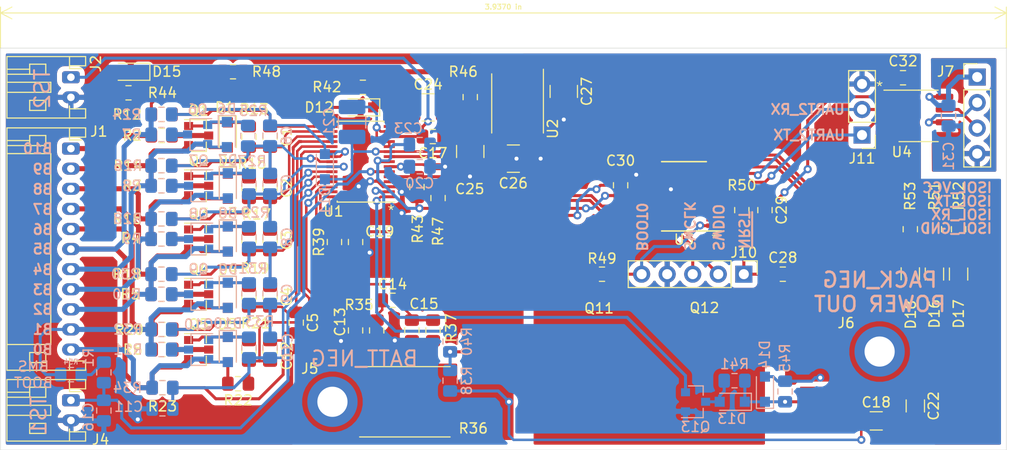
<source format=kicad_pcb>
(kicad_pcb (version 20171130) (host pcbnew 5.1.5-52549c5~84~ubuntu18.04.1)
  (layers (0 F.Cu signal) (31 B.Cu signal) (36 B.SilkS user) (37 F.SilkS user) (38 B.Mask user) (39 F.Mask user) (44 Edge.Cuts user))
  (net 0 "")
  (net 1 /bq/VC9)
  (net 2 /bq/VC10)
  (net 3 /bq/VC8)
  (net 4 /bq/VC7)
  (net 5 /bq/VC6)
  (net 6 /bq/VC5X)
  (net 7 /bq/VC4)
  (net 8 /bq/VC5)
  (net 9 /bq/VC3)
  (net 10 /bq/VC2)
  (net 11 /bq/VC1)
  (net 12 /bq/VC0)
  (net 13 GND)
  (net 14 /bq/VC5B)
  (net 15 "Net-(C13-Pad1)")
  (net 16 "Net-(C14-Pad1)")
  (net 17 /bq/TS1)
  (net 18 /bq/TS2)
  (net 19 "Net-(C18-Pad1)")
  (net 20 "Net-(C18-Pad2)")
  (net 21 /bq/~ALERT)
  (net 22 "Net-(C20-Pad1)")
  (net 23 "Net-(C21-Pad1)")
  (net 24 /bq/PACK-)
  (net 25 /bq/REGOUT)
  (net 26 "Net-(C24-Pad1)")
  (net 27 "Net-(C26-Pad1)")
  (net 28 "Net-(C27-Pad1)")
  (net 29 /cpu/~NRST)
  (net 30 /ISOL_GND)
  (net 31 /ISOL_VCC)
  (net 32 "Net-(D1-Pad1)")
  (net 33 /input/B9)
  (net 34 /input/B8)
  (net 35 "Net-(D2-Pad1)")
  (net 36 "Net-(D3-Pad1)")
  (net 37 /input/B7)
  (net 38 "Net-(D4-Pad1)")
  (net 39 /input/B6)
  (net 40 "Net-(D5-Pad1)")
  (net 41 /input/B5)
  (net 42 "Net-(D6-Pad1)")
  (net 43 /input/B4)
  (net 44 /input/B3)
  (net 45 "Net-(D7-Pad1)")
  (net 46 /input/B2)
  (net 47 "Net-(D8-Pad1)")
  (net 48 /input/B1)
  (net 49 "Net-(D9-Pad1)")
  (net 50 /input/B0)
  (net 51 "Net-(D10-Pad1)")
  (net 52 "Net-(D13-Pad1)")
  (net 53 "Net-(D13-Pad2)")
  (net 54 "Net-(D15-Pad1)")
  (net 55 "Net-(D16-Pad2)")
  (net 56 "Net-(D17-Pad2)")
  (net 57 "Net-(D18-Pad2)")
  (net 58 /input/B10)
  (net 59 /bq/BAT_NEG)
  (net 60 /ISOL_TX)
  (net 61 /ISOL_RX)
  (net 62 /cpu/SWDIO)
  (net 63 /cpu/SWCLK)
  (net 64 /cpu/BOOT0)
  (net 65 /cpu/UART2_TX)
  (net 66 /cpu/UART2_RX)
  (net 67 "Net-(Q1-Pad3)")
  (net 68 "Net-(Q2-Pad3)")
  (net 69 "Net-(Q3-Pad3)")
  (net 70 "Net-(Q4-Pad3)")
  (net 71 "Net-(Q5-Pad3)")
  (net 72 "Net-(Q6-Pad3)")
  (net 73 "Net-(Q7-Pad3)")
  (net 74 "Net-(Q8-Pad3)")
  (net 75 "Net-(Q11-Pad2)")
  (net 76 "Net-(Q11-Pad1)")
  (net 77 "Net-(Q13-Pad2)")
  (net 78 "Net-(R40-Pad2)")
  (net 79 /bq/SCL)
  (net 80 "Net-(R46-Pad2)")
  (net 81 /bq/SDA)
  (net 82 "Net-(R51-Pad1)")
  (net 83 "Net-(R52-Pad1)")
  (net 84 "Net-(R53-Pad1)")
  (net 85 "Net-(Q9-Pad3)")
  (net 86 "Net-(Q10-Pad3)")
  (net 87 "Net-(R1-Pad2)")
  (module Capacitor_SMD:C_0805_2012Metric_Pad1.15x1.40mm_HandSolder (layer B.Cu) (at 30.275 56.075 270)
    (fp_text reference C16 (at 0.65 1.55 90) (layer B.SilkS) (effects (justify mirror)))
    (fp_text value 4.7n)
    (pad 2 smd roundrect (at 1.025 0 270) (size 1.15 1.4) (layers B.Cu B.Paste B.Mask) (roundrect_rratio 0.217391) (net 13 GND))
    (pad 1 smd roundrect (at -1.025 0 270) (size 1.15 1.4) (layers B.Cu B.Paste B.Mask) (roundrect_rratio 0.217391) (net 17 /bq/TS1))
  )
  (module Package_SO:TSSOP-30_4.4x7.8mm_P0.5mm (layer F.Cu) (at 55.8 31.3 180)
    (fp_text reference U1 (at 2.7 -4.95) (layer F.SilkS))
    (fp_text value bq7693002DBT)
    (pad 1 smd rect (at -2.85 -3.5 180) (size 1.1 0.285) (layers F.Cu F.Paste F.Mask) (net 78 "Net-(R40-Pad2)"))
    (pad 2 smd rect (at -2.85 -3 180) (size 1.1 0.285) (layers F.Cu F.Paste F.Mask) (net 77 "Net-(Q13-Pad2)"))
    (pad 3 smd rect (at -2.85 -2.5 180) (size 1.1 0.285) (layers F.Cu F.Paste F.Mask) (net 13 GND))
    (pad 4 smd rect (at -2.85 -2 180) (size 1.1 0.285) (layers F.Cu F.Paste F.Mask) (net 81 /bq/SDA))
    (pad 5 smd rect (at -2.85 -1.5 180) (size 1.1 0.285) (layers F.Cu F.Paste F.Mask) (net 79 /bq/SCL))
    (pad 6 smd rect (at -2.85 -1 180) (size 1.1 0.285) (layers F.Cu F.Paste F.Mask) (net 17 /bq/TS1))
    (pad 7 smd rect (at -2.85 -0.5 180) (size 1.1 0.285) (layers F.Cu F.Paste F.Mask) (net 22 "Net-(C20-Pad1)"))
    (pad 8 smd rect (at -2.85 0 180) (size 1.1 0.285) (layers F.Cu F.Paste F.Mask) (net 25 /bq/REGOUT))
    (pad 9 smd rect (at -2.85 0.5 180) (size 1.1 0.285) (layers F.Cu F.Paste F.Mask) (net 27 "Net-(C26-Pad1)"))
    (pad 10 smd rect (at -2.85 1 180) (size 1.1 0.285) (layers F.Cu F.Paste F.Mask) (net 6 /bq/VC5X))
    (pad 11 smd rect (at -2.85 1.5 180) (size 1.1 0.285) (layers F.Cu F.Paste F.Mask) (net 23 "Net-(C21-Pad1)"))
    (pad 12 smd rect (at -2.85 2 180) (size 1.1 0.285) (layers F.Cu F.Paste F.Mask) (net 23 "Net-(C21-Pad1)"))
    (pad 13 smd rect (at -2.85 2.5 180) (size 1.1 0.285) (layers F.Cu F.Paste F.Mask) (net 18 /bq/TS2))
    (pad 14 smd rect (at -2.85 3 180) (size 1.1 0.285) (layers F.Cu F.Paste F.Mask) (net 23 "Net-(C21-Pad1)"))
    (pad 15 smd rect (at -2.85 3.5 180) (size 1.1 0.285) (layers F.Cu F.Paste F.Mask) (net 26 "Net-(C24-Pad1)"))
    (pad 16 smd rect (at 2.85 3.5 180) (size 1.1 0.285) (layers F.Cu F.Paste F.Mask) (net 2 /bq/VC10))
    (pad 17 smd rect (at 2.85 3 180) (size 1.1 0.285) (layers F.Cu F.Paste F.Mask) (net 1 /bq/VC9))
    (pad 18 smd rect (at 2.85 2.5 180) (size 1.1 0.285) (layers F.Cu F.Paste F.Mask) (net 3 /bq/VC8))
    (pad 19 smd rect (at 2.85 2 180) (size 1.1 0.285) (layers F.Cu F.Paste F.Mask) (net 4 /bq/VC7))
    (pad 20 smd rect (at 2.85 1.5 180) (size 1.1 0.285) (layers F.Cu F.Paste F.Mask) (net 5 /bq/VC6))
    (pad 21 smd rect (at 2.85 1 180) (size 1.1 0.285) (layers F.Cu F.Paste F.Mask) (net 14 /bq/VC5B))
    (pad 22 smd rect (at 2.85 0.5 180) (size 1.1 0.285) (layers F.Cu F.Paste F.Mask) (net 8 /bq/VC5))
    (pad 23 smd rect (at 2.85 0 180) (size 1.1 0.285) (layers F.Cu F.Paste F.Mask) (net 7 /bq/VC4))
    (pad 24 smd rect (at 2.85 -0.5 180) (size 1.1 0.285) (layers F.Cu F.Paste F.Mask) (net 9 /bq/VC3))
    (pad 25 smd rect (at 2.85 -1 180) (size 1.1 0.285) (layers F.Cu F.Paste F.Mask) (net 10 /bq/VC2))
    (pad 26 smd rect (at 2.85 -1.5 180) (size 1.1 0.285) (layers F.Cu F.Paste F.Mask) (net 11 /bq/VC1))
    (pad 27 smd rect (at 2.85 -2 180) (size 1.1 0.285) (layers F.Cu F.Paste F.Mask) (net 12 /bq/VC0))
    (pad 28 smd rect (at 2.85 -2.5 180) (size 1.1 0.285) (layers F.Cu F.Paste F.Mask) (net 15 "Net-(C13-Pad1)"))
    (pad 29 smd rect (at 2.85 -3 180) (size 1.1 0.285) (layers F.Cu F.Paste F.Mask) (net 16 "Net-(C14-Pad1)"))
    (pad 30 smd rect (at 2.85 -3.5 180) (size 1.1 0.285) (layers F.Cu F.Paste F.Mask) (net 21 /bq/~ALERT))
  )
  (module Diode_SMD:D_SOD-323_HandSoldering (layer B.Cu) (at 52.25 31.8 90)
    (fp_text reference D11 (at -3.43 0 90) (layer B.SilkS) (effects (justify mirror)))
    (fp_text value SS16HE)
    (pad 2 smd rect (at 1.25 0 90) (size 1 1) (layers B.Cu B.Paste B.Mask) (net 8 /bq/VC5))
    (pad 1 smd rect (at -1.25 0 90) (size 1 1) (layers B.Cu B.Paste B.Mask) (net 6 /bq/VC5X))
  )
  (module Capacitor_SMD:C_0805_2012Metric_Pad1.15x1.40mm_HandSolder (layer F.Cu) (at 49.4 47.325 270)
    (fp_text reference C5 (at 0 -1.65 90) (layer F.SilkS))
    (fp_text value 220n)
    (pad 1 smd roundrect (at -1.025 0 270) (size 1.15 1.4) (layers F.Cu F.Paste F.Mask) (roundrect_rratio 0.217391) (net 5 /bq/VC6))
    (pad 2 smd roundrect (at 1.025 0 270) (size 1.15 1.4) (layers F.Cu F.Paste F.Mask) (roundrect_rratio 0.217391) (net 6 /bq/VC5X))
  )
  (module Capacitor_SMD:C_1210_3225Metric_Pad1.42x2.65mm_HandSolder (layer B.Cu) (at 54.95 27.35 270)
    (fp_text reference C21 (at 0 2.28 90) (layer B.SilkS) (effects (justify mirror)))
    (fp_text value C3225X7R2A105K200AA)
    (pad 1 smd roundrect (at -1.4875 0 270) (size 1.425 2.65) (layers B.Cu B.Paste B.Mask) (roundrect_rratio 0.175439) (net 23 "Net-(C21-Pad1)"))
    (pad 2 smd roundrect (at 1.4875 0 270) (size 1.425 2.65) (layers B.Cu B.Paste B.Mask) (roundrect_rratio 0.175439) (net 6 /bq/VC5X))
  )
  (module Capacitor_SMD:C_0805_2012Metric_Pad1.15x1.40mm_HandSolder (layer F.Cu) (at 46.8 28.825 270)
    (fp_text reference C1 (at 0 -1.65 90) (layer F.SilkS))
    (fp_text value 220n)
    (pad 2 smd roundrect (at 1.025 0 270) (size 1.15 1.4) (layers F.Cu F.Paste F.Mask) (roundrect_rratio 0.217391) (net 1 /bq/VC9))
    (pad 1 smd roundrect (at -1.025 0 270) (size 1.15 1.4) (layers F.Cu F.Paste F.Mask) (roundrect_rratio 0.217391) (net 2 /bq/VC10))
  )
  (module Capacitor_SMD:C_0805_2012Metric_Pad1.15x1.40mm_HandSolder (layer F.Cu) (at 46.8 33.925 270)
    (fp_text reference C2 (at 0 -1.65 90) (layer F.SilkS))
    (fp_text value 220n)
    (pad 1 smd roundrect (at -1.025 0 270) (size 1.15 1.4) (layers F.Cu F.Paste F.Mask) (roundrect_rratio 0.217391) (net 1 /bq/VC9))
    (pad 2 smd roundrect (at 1.025 0 270) (size 1.15 1.4) (layers F.Cu F.Paste F.Mask) (roundrect_rratio 0.217391) (net 3 /bq/VC8))
  )
  (module Capacitor_SMD:C_0805_2012Metric_Pad1.15x1.40mm_HandSolder (layer F.Cu) (at 46.8 39.125 270)
    (fp_text reference C3 (at 0 -1.65 90) (layer F.SilkS))
    (fp_text value 220n)
    (pad 2 smd roundrect (at 1.025 0 270) (size 1.15 1.4) (layers F.Cu F.Paste F.Mask) (roundrect_rratio 0.217391) (net 4 /bq/VC7))
    (pad 1 smd roundrect (at -1.025 0 270) (size 1.15 1.4) (layers F.Cu F.Paste F.Mask) (roundrect_rratio 0.217391) (net 3 /bq/VC8))
  )
  (module Capacitor_SMD:C_0805_2012Metric_Pad1.15x1.40mm_HandSolder (layer F.Cu) (at 46.8 44.725 270)
    (fp_text reference C4 (at 0 -1.65 90) (layer F.SilkS))
    (fp_text value 220n)
    (pad 2 smd roundrect (at 1.025 0 270) (size 1.15 1.4) (layers F.Cu F.Paste F.Mask) (roundrect_rratio 0.217391) (net 5 /bq/VC6))
    (pad 1 smd roundrect (at -1.025 0 270) (size 1.15 1.4) (layers F.Cu F.Paste F.Mask) (roundrect_rratio 0.217391) (net 4 /bq/VC7))
  )
  (module Capacitor_SMD:C_0805_2012Metric_Pad1.15x1.40mm_HandSolder (layer B.Cu) (at 46.8 28.7 270)
    (fp_text reference C6 (at -0.01 -1.65 90) (layer B.SilkS) (effects (justify mirror)))
    (fp_text value 220n)
    (pad 2 smd roundrect (at 1.025 0 270) (size 1.15 1.4) (layers B.Cu B.Paste B.Mask) (roundrect_rratio 0.217391) (net 7 /bq/VC4))
    (pad 1 smd roundrect (at -1.025 0 270) (size 1.15 1.4) (layers B.Cu B.Paste B.Mask) (roundrect_rratio 0.217391) (net 8 /bq/VC5))
  )
  (module Capacitor_SMD:C_0805_2012Metric_Pad1.15x1.40mm_HandSolder (layer B.Cu) (at 46.8 33.5 270)
    (fp_text reference C7 (at 0 -1.66 90) (layer B.SilkS) (effects (justify mirror)))
    (fp_text value 220n)
    (pad 2 smd roundrect (at 1.025 0 270) (size 1.15 1.4) (layers B.Cu B.Paste B.Mask) (roundrect_rratio 0.217391) (net 9 /bq/VC3))
    (pad 1 smd roundrect (at -1.025 0 270) (size 1.15 1.4) (layers B.Cu B.Paste B.Mask) (roundrect_rratio 0.217391) (net 7 /bq/VC4))
  )
  (module Capacitor_SMD:C_0805_2012Metric_Pad1.15x1.40mm_HandSolder (layer B.Cu) (at 46.8 38.8 270)
    (fp_text reference C8 (at 0 -1.7 90) (layer B.SilkS) (effects (justify mirror)))
    (fp_text value 220n)
    (pad 1 smd roundrect (at -1.025 0 270) (size 1.15 1.4) (layers B.Cu B.Paste B.Mask) (roundrect_rratio 0.217391) (net 9 /bq/VC3))
    (pad 2 smd roundrect (at 1.025 0 270) (size 1.15 1.4) (layers B.Cu B.Paste B.Mask) (roundrect_rratio 0.217391) (net 10 /bq/VC2))
  )
  (module Capacitor_SMD:C_0805_2012Metric_Pad1.15x1.40mm_HandSolder (layer B.Cu) (at 46.8 44.4 270)
    (fp_text reference C9 (at 0 -1.69 90) (layer B.SilkS) (effects (justify mirror)))
    (fp_text value 220n)
    (pad 2 smd roundrect (at 1.025 0 270) (size 1.15 1.4) (layers B.Cu B.Paste B.Mask) (roundrect_rratio 0.217391) (net 11 /bq/VC1))
    (pad 1 smd roundrect (at -1.025 0 270) (size 1.15 1.4) (layers B.Cu B.Paste B.Mask) (roundrect_rratio 0.217391) (net 10 /bq/VC2))
  )
  (module Capacitor_SMD:C_0805_2012Metric_Pad1.15x1.40mm_HandSolder (layer B.Cu) (at 46.8 49.8 270)
    (fp_text reference C10 (at 0 -1.77 90) (layer B.SilkS) (effects (justify mirror)))
    (fp_text value 220n)
    (pad 1 smd roundrect (at -1.025 0 270) (size 1.15 1.4) (layers B.Cu B.Paste B.Mask) (roundrect_rratio 0.217391) (net 11 /bq/VC1))
    (pad 2 smd roundrect (at 1.025 0 270) (size 1.15 1.4) (layers B.Cu B.Paste B.Mask) (roundrect_rratio 0.217391) (net 12 /bq/VC0))
  )
  (module Capacitor_SMD:C_0805_2012Metric_Pad1.15x1.40mm_HandSolder (layer B.Cu) (at 36.1 55.9 180)
    (fp_text reference C11 (at 3.36 0.21) (layer B.SilkS) (effects (justify mirror)))
    (fp_text value 220n)
    (pad 2 smd roundrect (at 1.025 0 180) (size 1.15 1.4) (layers B.Cu B.Paste B.Mask) (roundrect_rratio 0.217391) (net 13 GND))
    (pad 1 smd roundrect (at -1.025 0 180) (size 1.15 1.4) (layers B.Cu B.Paste B.Mask) (roundrect_rratio 0.217391) (net 12 /bq/VC0))
  )
  (module Capacitor_SMD:C_0805_2012Metric_Pad1.15x1.40mm_HandSolder (layer F.Cu) (at 46.8 50.125 90)
    (fp_text reference C12 (at -0.5 1.65 90) (layer F.SilkS))
    (fp_text value 220n)
    (pad 1 smd roundrect (at -1.025 0 90) (size 1.15 1.4) (layers F.Cu F.Paste F.Mask) (roundrect_rratio 0.217391) (net 14 /bq/VC5B))
    (pad 2 smd roundrect (at 1.025 0 90) (size 1.15 1.4) (layers F.Cu F.Paste F.Mask) (roundrect_rratio 0.217391) (net 6 /bq/VC5X))
  )
  (module Capacitor_SMD:C_0805_2012Metric_Pad1.15x1.40mm_HandSolder (layer F.Cu) (at 55.3 48.1 270)
    (fp_text reference C13 (at -0.85 1.55 90) (layer F.SilkS))
    (fp_text value 100n)
    (pad 2 smd roundrect (at 1.025 0 270) (size 1.15 1.4) (layers F.Cu F.Paste F.Mask) (roundrect_rratio 0.217391) (net 13 GND))
    (pad 1 smd roundrect (at -1.025 0 270) (size 1.15 1.4) (layers F.Cu F.Paste F.Mask) (roundrect_rratio 0.217391) (net 15 "Net-(C13-Pad1)"))
  )
  (module Capacitor_SMD:C_0805_2012Metric_Pad1.15x1.40mm_HandSolder (layer F.Cu) (at 58.975 45.1 180)
    (fp_text reference C14 (at 0 1.6) (layer F.SilkS))
    (fp_text value 100n)
    (pad 2 smd roundrect (at 1.025 0 180) (size 1.15 1.4) (layers F.Cu F.Paste F.Mask) (roundrect_rratio 0.217391) (net 15 "Net-(C13-Pad1)"))
    (pad 1 smd roundrect (at -1.025 0 180) (size 1.15 1.4) (layers F.Cu F.Paste F.Mask) (roundrect_rratio 0.217391) (net 16 "Net-(C14-Pad1)"))
  )
  (module Capacitor_SMD:C_0805_2012Metric_Pad1.15x1.40mm_HandSolder (layer F.Cu) (at 60.9 48.1 270)
    (fp_text reference C15 (at -2.65 -1.2 180) (layer F.SilkS))
    (fp_text value 100n)
    (pad 1 smd roundrect (at -1.025 0 270) (size 1.15 1.4) (layers F.Cu F.Paste F.Mask) (roundrect_rratio 0.217391) (net 16 "Net-(C14-Pad1)"))
    (pad 2 smd roundrect (at 1.025 0 270) (size 1.15 1.4) (layers F.Cu F.Paste F.Mask) (roundrect_rratio 0.217391) (net 13 GND))
  )
  (module Capacitor_SMD:C_0805_2012Metric_Pad1.15x1.40mm_HandSolder (layer F.Cu) (at 62.975 28.8)
    (fp_text reference C17 (at 0 1.65) (layer F.SilkS))
    (fp_text value 4.7n)
    (pad 1 smd roundrect (at -1.025 0) (size 1.15 1.4) (layers F.Cu F.Paste F.Mask) (roundrect_rratio 0.217391) (net 18 /bq/TS2))
    (pad 2 smd roundrect (at 1.025 0) (size 1.15 1.4) (layers F.Cu F.Paste F.Mask) (roundrect_rratio 0.217391) (net 6 /bq/VC5X))
  )
  (module Capacitor_SMD:C_1206_3216Metric_Pad1.42x1.75mm_HandSolder (layer F.Cu) (at 107.0625 57.1 180)
    (fp_text reference C18 (at 0 1.85) (layer F.SilkS))
    (fp_text value 100n)
    (pad 1 smd roundrect (at -1.4875 0 180) (size 1.425 1.75) (layers F.Cu F.Paste F.Mask) (roundrect_rratio 0.175439) (net 19 "Net-(C18-Pad1)"))
    (pad 2 smd roundrect (at 1.4875 0 180) (size 1.425 1.75) (layers F.Cu F.Paste F.Mask) (roundrect_rratio 0.175439) (net 20 "Net-(C18-Pad2)"))
  )
  (module Capacitor_SMD:C_0805_2012Metric_Pad1.15x1.40mm_HandSolder (layer F.Cu) (at 55.3 39.3 270)
    (fp_text reference C19 (at -1.05 -2.4 180) (layer F.SilkS))
    (fp_text value 4.7n)
    (pad 1 smd roundrect (at -1.025 0 270) (size 1.15 1.4) (layers F.Cu F.Paste F.Mask) (roundrect_rratio 0.217391) (net 21 /bq/~ALERT))
    (pad 2 smd roundrect (at 1.025 0 270) (size 1.15 1.4) (layers F.Cu F.Paste F.Mask) (roundrect_rratio 0.217391) (net 13 GND))
  )
  (module Capacitor_SMD:C_0805_2012Metric_Pad1.15x1.40mm_HandSolder (layer B.Cu) (at 61.675 31.8)
    (fp_text reference C20 (at 0 1.65) (layer B.SilkS) (effects (justify mirror)))
    (fp_text value C1206C475K5RACTU)
    (pad 1 smd roundrect (at -1.025 0) (size 1.15 1.4) (layers B.Cu B.Paste B.Mask) (roundrect_rratio 0.217391) (net 22 "Net-(C20-Pad1)"))
    (pad 2 smd roundrect (at 1.025 0) (size 1.15 1.4) (layers B.Cu B.Paste B.Mask) (roundrect_rratio 0.217391) (net 13 GND))
  )
  (module Capacitor_SMD:C_1206_3216Metric_Pad1.42x1.75mm_HandSolder (layer F.Cu) (at 110.95 55.6125 270)
    (fp_text reference C22 (at 0 -1.82 90) (layer F.SilkS))
    (fp_text value 100n)
    (pad 2 smd roundrect (at 1.4875 0 270) (size 1.425 1.75) (layers F.Cu F.Paste F.Mask) (roundrect_rratio 0.175439) (net 19 "Net-(C18-Pad1)"))
    (pad 1 smd roundrect (at -1.4875 0 270) (size 1.425 1.75) (layers F.Cu F.Paste F.Mask) (roundrect_rratio 0.175439) (net 24 /bq/PACK-))
  )
  (module Capacitor_SMD:C_0805_2012Metric_Pad1.15x1.40mm_HandSolder (layer B.Cu) (at 61.675 29.6)
    (fp_text reference C23 (at -1.135 -1.6) (layer B.SilkS) (effects (justify mirror)))
    (fp_text value C1206C475K5RACTU)
    (pad 1 smd roundrect (at -1.025 0) (size 1.15 1.4) (layers B.Cu B.Paste B.Mask) (roundrect_rratio 0.217391) (net 25 /bq/REGOUT))
    (pad 2 smd roundrect (at 1.025 0) (size 1.15 1.4) (layers B.Cu B.Paste B.Mask) (roundrect_rratio 0.217391) (net 13 GND))
  )
  (module Capacitor_SMD:C_1210_3225Metric_Pad1.42x2.65mm_HandSolder (layer F.Cu) (at 62.5125 25.9)
    (fp_text reference C24 (at 0 -2.28) (layer F.SilkS))
    (fp_text value UMK325AB7106KMHP)
    (pad 2 smd roundrect (at 1.4875 0) (size 1.425 2.65) (layers F.Cu F.Paste F.Mask) (roundrect_rratio 0.175439) (net 6 /bq/VC5X))
    (pad 1 smd roundrect (at -1.4875 0) (size 1.425 2.65) (layers F.Cu F.Paste F.Mask) (roundrect_rratio 0.175439) (net 26 "Net-(C24-Pad1)"))
  )
  (module Capacitor_SMD:C_1210_3225Metric_Pad1.42x2.65mm_HandSolder (layer F.Cu) (at 66.7 30.2875 270)
    (fp_text reference C25 (at 3.7375 0.05 180) (layer F.SilkS))
    (fp_text value UMK325AB7106KMHP)
    (pad 2 smd roundrect (at 1.4875 0 270) (size 1.425 2.65) (layers F.Cu F.Paste F.Mask) (roundrect_rratio 0.175439) (net 13 GND))
    (pad 1 smd roundrect (at -1.4875 0 270) (size 1.425 2.65) (layers F.Cu F.Paste F.Mask) (roundrect_rratio 0.175439) (net 6 /bq/VC5X))
  )
  (module Capacitor_SMD:C_1210_3225Metric_Pad1.42x2.65mm_HandSolder (layer F.Cu) (at 70.9875 31)
    (fp_text reference C26 (at -0.0125 2.45) (layer F.SilkS))
    (fp_text value C3225X7R2A105K200AA)
    (pad 1 smd roundrect (at -1.4875 0) (size 1.425 2.65) (layers F.Cu F.Paste F.Mask) (roundrect_rratio 0.175439) (net 27 "Net-(C26-Pad1)"))
    (pad 2 smd roundrect (at 1.4875 0) (size 1.425 2.65) (layers F.Cu F.Paste F.Mask) (roundrect_rratio 0.175439) (net 13 GND))
  )
  (module Capacitor_SMD:C_1210_3225Metric_Pad1.42x2.65mm_HandSolder (layer F.Cu) (at 76 24.3125 270)
    (fp_text reference C27 (at 0 -2.28 90) (layer F.SilkS))
    (fp_text value C3225X7R2A105K200AA)
    (pad 1 smd roundrect (at -1.4875 0 270) (size 1.425 2.65) (layers F.Cu F.Paste F.Mask) (roundrect_rratio 0.175439) (net 28 "Net-(C27-Pad1)"))
    (pad 2 smd roundrect (at 1.4875 0 270) (size 1.425 2.65) (layers F.Cu F.Paste F.Mask) (roundrect_rratio 0.175439) (net 13 GND))
  )
  (module Capacitor_SMD:C_0805_2012Metric_Pad1.15x1.40mm_HandSolder (layer F.Cu) (at 97.775 42.5)
    (fp_text reference C28 (at 0 -1.65) (layer F.SilkS))
    (fp_text value 1n)
    (pad 1 smd roundrect (at -1.025 0) (size 1.15 1.4) (layers F.Cu F.Paste F.Mask) (roundrect_rratio 0.217391) (net 29 /cpu/~NRST))
    (pad 2 smd roundrect (at 1.025 0) (size 1.15 1.4) (layers F.Cu F.Paste F.Mask) (roundrect_rratio 0.217391) (net 13 GND))
  )
  (module Capacitor_SMD:C_0805_2012Metric_Pad1.15x1.40mm_HandSolder (layer F.Cu) (at 96 36.125 270)
    (fp_text reference C29 (at 0 -1.65 90) (layer F.SilkS))
    (fp_text value 100n)
    (pad 1 smd roundrect (at -1.025 0 270) (size 1.15 1.4) (layers F.Cu F.Paste F.Mask) (roundrect_rratio 0.217391) (net 25 /bq/REGOUT))
    (pad 2 smd roundrect (at 1.025 0 270) (size 1.15 1.4) (layers F.Cu F.Paste F.Mask) (roundrect_rratio 0.217391) (net 13 GND))
  )
  (module Capacitor_SMD:C_0805_2012Metric_Pad1.15x1.40mm_HandSolder (layer F.Cu) (at 81.65 33.65 90)
    (fp_text reference C30 (at 2.45 0 180) (layer F.SilkS))
    (fp_text value 100n)
    (pad 2 smd roundrect (at 1.025 0 90) (size 1.15 1.4) (layers F.Cu F.Paste F.Mask) (roundrect_rratio 0.217391) (net 13 GND))
    (pad 1 smd roundrect (at -1.025 0 90) (size 1.15 1.4) (layers F.Cu F.Paste F.Mask) (roundrect_rratio 0.217391) (net 25 /bq/REGOUT))
  )
  (module Capacitor_SMD:C_0805_2012Metric_Pad1.15x1.40mm_HandSolder (layer B.Cu) (at 114.25 26.725 270)
    (fp_text reference C31 (at 4.035 -0.02 270) (layer B.SilkS) (effects (justify mirror)))
    (fp_text value 1u)
    (pad 2 smd roundrect (at 1.025 0 270) (size 1.15 1.4) (layers B.Cu B.Paste B.Mask) (roundrect_rratio 0.217391) (net 30 /ISOL_GND))
    (pad 1 smd roundrect (at -1.025 0 270) (size 1.15 1.4) (layers B.Cu B.Paste B.Mask) (roundrect_rratio 0.217391) (net 31 /ISOL_VCC))
  )
  (module Capacitor_SMD:C_0805_2012Metric_Pad1.15x1.40mm_HandSolder (layer F.Cu) (at 109.725 22.95)
    (fp_text reference C32 (at 0 -1.65) (layer F.SilkS))
    (fp_text value 100n)
    (pad 1 smd roundrect (at -1.025 0) (size 1.15 1.4) (layers F.Cu F.Paste F.Mask) (roundrect_rratio 0.217391) (net 25 /bq/REGOUT))
    (pad 2 smd roundrect (at 1.025 0) (size 1.15 1.4) (layers F.Cu F.Paste F.Mask) (roundrect_rratio 0.217391) (net 13 GND))
  )
  (module Diode_SMD:D_SOD-323_HandSoldering (layer F.Cu) (at 42.6 28.65 270)
    (fp_text reference D1 (at -2.75 0.3 180) (layer F.SilkS))
    (fp_text value MM3Z5V6ST1G)
    (pad 1 smd rect (at -1.25 0 270) (size 1 1) (layers F.Cu F.Paste F.Mask) (net 32 "Net-(D1-Pad1)"))
    (pad 2 smd rect (at 1.25 0 270) (size 1 1) (layers F.Cu F.Paste F.Mask) (net 33 /input/B9))
  )
  (module Diode_SMD:D_SOD-323_HandSoldering (layer F.Cu) (at 42.6 33.75 270)
    (fp_text reference D2 (at -2.55 0 180) (layer F.SilkS))
    (fp_text value MM3Z5V6ST1G)
    (pad 2 smd rect (at 1.25 0 270) (size 1 1) (layers F.Cu F.Paste F.Mask) (net 34 /input/B8))
    (pad 1 smd rect (at -1.25 0 270) (size 1 1) (layers F.Cu F.Paste F.Mask) (net 35 "Net-(D2-Pad1)"))
  )
  (module Diode_SMD:D_SOD-323_HandSoldering (layer F.Cu) (at 42.6 39 270)
    (fp_text reference D3 (at -2.575 0 180) (layer F.SilkS))
    (fp_text value MM3Z5V6ST1G)
    (pad 1 smd rect (at -1.25 0 270) (size 1 1) (layers F.Cu F.Paste F.Mask) (net 36 "Net-(D3-Pad1)"))
    (pad 2 smd rect (at 1.25 0 270) (size 1 1) (layers F.Cu F.Paste F.Mask) (net 37 /input/B7))
  )
  (module Diode_SMD:D_SOD-323_HandSoldering (layer F.Cu) (at 42.6 44.6 270)
    (fp_text reference D4 (at -2.55 0 180) (layer F.SilkS))
    (fp_text value MM3Z5V6ST1G)
    (pad 1 smd rect (at -1.25 0 270) (size 1 1) (layers F.Cu F.Paste F.Mask) (net 38 "Net-(D4-Pad1)"))
    (pad 2 smd rect (at 1.25 0 270) (size 1 1) (layers F.Cu F.Paste F.Mask) (net 39 /input/B6))
  )
  (module Diode_SMD:D_SOD-323_HandSoldering (layer F.Cu) (at 42.6 50 270)
    (fp_text reference D5 (at -2.525 0.025 180) (layer F.SilkS))
    (fp_text value MM3Z5V6ST1G)
    (pad 1 smd rect (at -1.25 0 270) (size 1 1) (layers F.Cu F.Paste F.Mask) (net 40 "Net-(D5-Pad1)"))
    (pad 2 smd rect (at 1.25 0 270) (size 1 1) (layers F.Cu F.Paste F.Mask) (net 41 /input/B5))
  )
  (module Diode_SMD:D_SOD-323_HandSoldering (layer B.Cu) (at 42.5 28.6 270)
    (fp_text reference D6 (at -2.54 0) (layer B.SilkS) (effects (justify mirror)))
    (fp_text value MM3Z5V6ST1G)
    (pad 1 smd rect (at -1.25 0 270) (size 1 1) (layers B.Cu B.Paste B.Mask) (net 42 "Net-(D6-Pad1)"))
    (pad 2 smd rect (at 1.25 0 270) (size 1 1) (layers B.Cu B.Paste B.Mask) (net 43 /input/B4))
  )
  (module Diode_SMD:D_SOD-323_HandSoldering (layer B.Cu) (at 42.6 33.7 270)
    (fp_text reference D7 (at -2.54 -0.01 180) (layer B.SilkS) (effects (justify mirror)))
    (fp_text value MM3Z5V6ST1G)
    (pad 2 smd rect (at 1.25 0 270) (size 1 1) (layers B.Cu B.Paste B.Mask) (net 44 /input/B3))
    (pad 1 smd rect (at -1.25 0 270) (size 1 1) (layers B.Cu B.Paste B.Mask) (net 45 "Net-(D7-Pad1)"))
  )
  (module Diode_SMD:D_SOD-323_HandSoldering (layer B.Cu) (at 42.6 39 270)
    (fp_text reference D8 (at -2.56 0 180) (layer B.SilkS) (effects (justify mirror)))
    (fp_text value MM3Z5V6ST1G)
    (pad 2 smd rect (at 1.25 0 270) (size 1 1) (layers B.Cu B.Paste B.Mask) (net 46 /input/B2))
    (pad 1 smd rect (at -1.25 0 270) (size 1 1) (layers B.Cu B.Paste B.Mask) (net 47 "Net-(D8-Pad1)"))
  )
  (module Diode_SMD:D_SOD-323_HandSoldering (layer B.Cu) (at 42.6 44.6 270)
    (fp_text reference D9 (at -2.58 -0.03 180) (layer B.SilkS) (effects (justify mirror)))
    (fp_text value MM3Z5V6ST1G)
    (pad 2 smd rect (at 1.25 0 270) (size 1 1) (layers B.Cu B.Paste B.Mask) (net 48 /input/B1))
    (pad 1 smd rect (at -1.25 0 270) (size 1 1) (layers B.Cu B.Paste B.Mask) (net 49 "Net-(D9-Pad1)"))
  )
  (module Diode_SMD:D_SOD-323_HandSoldering (layer B.Cu) (at 42.6 50 270)
    (fp_text reference D10 (at -2.6 0 180) (layer B.SilkS) (effects (justify mirror)))
    (fp_text value MM3Z5V6ST1G)
    (pad 2 smd rect (at 1.25 0 270) (size 1 1) (layers B.Cu B.Paste B.Mask) (net 50 /input/B0))
    (pad 1 smd rect (at -1.25 0 270) (size 1 1) (layers B.Cu B.Paste B.Mask) (net 51 "Net-(D10-Pad1)"))
  )
  (module Diode_SMD:D_SOD-323_HandSoldering (layer F.Cu) (at 55.8 25.9 180)
    (fp_text reference D12 (at 4.125 0) (layer F.SilkS))
    (fp_text value SS16HE)
    (pad 1 smd rect (at -1.25 0 180) (size 1 1) (layers F.Cu F.Paste F.Mask) (net 26 "Net-(C24-Pad1)"))
    (pad 2 smd rect (at 1.25 0 180) (size 1 1) (layers F.Cu F.Paste F.Mask) (net 2 /bq/VC10))
  )
  (module Diode_SMD:D_SOD-323_HandSoldering (layer B.Cu) (at 92.75 55.2 180)
    (fp_text reference D13 (at 0.03 -1.68) (layer B.SilkS) (effects (justify mirror)))
    (fp_text value SS16HE)
    (pad 1 smd rect (at -1.25 0 180) (size 1 1) (layers B.Cu B.Paste B.Mask) (net 52 "Net-(D13-Pad1)"))
    (pad 2 smd rect (at 1.25 0 180) (size 1 1) (layers B.Cu B.Paste B.Mask) (net 53 "Net-(D13-Pad2)"))
  )
  (module Diode_SMD:D_SOD-323_HandSoldering (layer B.Cu) (at 96 53.95 90)
    (fp_text reference D14 (at 3.44 -0.02 90) (layer B.SilkS) (effects (justify mirror)))
    (fp_text value MM3Z16VST1G)
    (pad 1 smd rect (at -1.25 0 90) (size 1 1) (layers B.Cu B.Paste B.Mask) (net 52 "Net-(D13-Pad1)"))
    (pad 2 smd rect (at 1.25 0 90) (size 1 1) (layers B.Cu B.Paste B.Mask) (net 24 /bq/PACK-))
  )
  (module Diode_SMD:D_SOD-323_HandSoldering (layer F.Cu) (at 32.95 22.35 180)
    (fp_text reference D15 (at -3.58 0.01) (layer F.SilkS))
    (fp_text value SS16HE)
    (pad 2 smd rect (at 1.25 0 180) (size 1 1) (layers F.Cu F.Paste F.Mask) (net 58 /input/B10))
    (pad 1 smd rect (at -1.25 0 180) (size 1 1) (layers F.Cu F.Paste F.Mask) (net 54 "Net-(D15-Pad1)"))
  )
  (module Capacitor_SMD:C_1206_3216Metric_Pad1.42x1.75mm_HandSolder (layer F.Cu) (at 112.85 42.4875 90)
    (fp_text reference D16 (at -3.9525 0 90) (layer F.SilkS))
    (fp_text value APTD3216SURCK)
    (pad 2 smd roundrect (at 1.4875 0 90) (size 1.425 1.75) (layers F.Cu F.Paste F.Mask) (roundrect_rratio 0.175439) (net 55 "Net-(D16-Pad2)"))
    (pad 1 smd roundrect (at -1.4875 0 90) (size 1.425 1.75) (layers F.Cu F.Paste F.Mask) (roundrect_rratio 0.175439) (net 13 GND))
  )
  (module Capacitor_SMD:C_1206_3216Metric_Pad1.42x1.75mm_HandSolder (layer F.Cu) (at 115.25 42.4875 90)
    (fp_text reference D17 (at -3.9625 0.01 90) (layer F.SilkS))
    (fp_text value APTD3216SURCK)
    (pad 1 smd roundrect (at -1.4875 0 90) (size 1.425 1.75) (layers F.Cu F.Paste F.Mask) (roundrect_rratio 0.175439) (net 13 GND))
    (pad 2 smd roundrect (at 1.4875 0 90) (size 1.425 1.75) (layers F.Cu F.Paste F.Mask) (roundrect_rratio 0.175439) (net 56 "Net-(D17-Pad2)"))
  )
  (module Capacitor_SMD:C_1206_3216Metric_Pad1.42x1.75mm_HandSolder (layer F.Cu) (at 110.45 42.4625 90)
    (fp_text reference D18 (at -4.0675 0.04 90) (layer F.SilkS))
    (fp_text value APTD3216SURCK)
    (pad 1 smd roundrect (at -1.4875 0 90) (size 1.425 1.75) (layers F.Cu F.Paste F.Mask) (roundrect_rratio 0.175439) (net 13 GND))
    (pad 2 smd roundrect (at 1.4875 0 90) (size 1.425 1.75) (layers F.Cu F.Paste F.Mask) (roundrect_rratio 0.175439) (net 57 "Net-(D18-Pad2)"))
  )
  (module Connector_JST:JST_PH_S11B-PH-K_1x11_P2.00mm_Horizontal (layer F.Cu) (at 27 30 270)
    (fp_text reference J1 (at -1.7 -2.775 180) (layer F.SilkS))
    (fp_text value BAL)
    (pad 1 thru_hole roundrect (at 0 0 270) (size 1.2 1.75) (drill 0.75) (layers *.Cu *.Mask) (roundrect_rratio 0.208333) (net 58 /input/B10))
    (pad 2 thru_hole oval (at 2 0 270) (size 1.2 1.75) (drill 0.75) (layers *.Cu *.Mask) (net 33 /input/B9))
    (pad 3 thru_hole oval (at 4 0 270) (size 1.2 1.75) (drill 0.75) (layers *.Cu *.Mask) (net 34 /input/B8))
    (pad 4 thru_hole oval (at 6 0 270) (size 1.2 1.75) (drill 0.75) (layers *.Cu *.Mask) (net 37 /input/B7))
    (pad 5 thru_hole oval (at 8 0 270) (size 1.2 1.75) (drill 0.75) (layers *.Cu *.Mask) (net 39 /input/B6))
    (pad 6 thru_hole oval (at 10 0 270) (size 1.2 1.75) (drill 0.75) (layers *.Cu *.Mask) (net 41 /input/B5))
    (pad 7 thru_hole oval (at 12 0 270) (size 1.2 1.75) (drill 0.75) (layers *.Cu *.Mask) (net 43 /input/B4))
    (pad 8 thru_hole oval (at 14 0 270) (size 1.2 1.75) (drill 0.75) (layers *.Cu *.Mask) (net 44 /input/B3))
    (pad 9 thru_hole oval (at 16 0 270) (size 1.2 1.75) (drill 0.75) (layers *.Cu *.Mask) (net 46 /input/B2))
    (pad 10 thru_hole oval (at 18 0 270) (size 1.2 1.75) (drill 0.75) (layers *.Cu *.Mask) (net 48 /input/B1))
    (pad 11 thru_hole oval (at 20 0 270) (size 1.2 1.75) (drill 0.75) (layers *.Cu *.Mask) (net 50 /input/B0))
  )
  (module Connector_JST:JST_PH_S2B-PH-K_1x02_P2.00mm_Horizontal (layer F.Cu) (at 27 22.9 270)
    (fp_text reference J2 (at -1.35 -2.475 90) (layer F.SilkS))
    (fp_text value THERM_2)
    (pad 1 thru_hole roundrect (at 0 0 270) (size 1.2 1.75) (drill 0.75) (layers *.Cu *.Mask) (roundrect_rratio 0.208333) (net 18 /bq/TS2))
    (pad 2 thru_hole oval (at 2 0 270) (size 1.2 1.75) (drill 0.75) (layers *.Cu *.Mask) (net 13 GND))
  )
  (module Connector_JST:JST_PH_S2B-PH-K_1x02_P2.00mm_Horizontal (layer F.Cu) (at 27 55.05 270)
    (fp_text reference J4 (at 3.91 -2.95 180) (layer F.SilkS))
    (fp_text value THERM_1)
    (pad 1 thru_hole roundrect (at 0 0 270) (size 1.2 1.75) (drill 0.75) (layers *.Cu *.Mask) (roundrect_rratio 0.208333) (net 17 /bq/TS1))
    (pad 2 thru_hole oval (at 2 0 270) (size 1.2 1.75) (drill 0.75) (layers *.Cu *.Mask) (net 13 GND))
  )
  (module bms_10s:battery_connector (layer F.Cu) (at 53 55.2)
    (fp_text reference J5 (at -2.25 -3.3) (layer F.SilkS))
    (fp_text value BAT_NEG_IN)
    (pad 1 thru_hole circle (at 0 0) (size 5 5) (drill 3) (layers *.Cu *.Mask) (net 59 /bq/BAT_NEG))
  )
  (module bms_10s:battery_connector (layer F.Cu) (at 107.4 50.2)
    (fp_text reference J6 (at -3.33 -2.84) (layer F.SilkS))
    (fp_text value PACK-)
    (pad 1 thru_hole circle (at 0 0) (size 5 5) (drill 3) (layers *.Cu *.Mask) (net 24 /bq/PACK-))
  )
  (module Connector_PinHeader_2.54mm:PinHeader_1x04_P2.54mm_Vertical (layer F.Cu) (at 117.1 22.88)
    (fp_text reference J7 (at -3.14 -0.55) (layer F.SilkS))
    (fp_text value Conn_01x04)
    (pad 1 thru_hole rect (at 0 0) (size 1.7 1.7) (drill 1) (layers *.Cu *.Mask) (net 31 /ISOL_VCC))
    (pad 2 thru_hole oval (at 0 2.54) (size 1.7 1.7) (drill 1) (layers *.Cu *.Mask) (net 60 /ISOL_TX))
    (pad 3 thru_hole oval (at 0 5.08) (size 1.7 1.7) (drill 1) (layers *.Cu *.Mask) (net 61 /ISOL_RX))
    (pad 4 thru_hole oval (at 0 7.62) (size 1.7 1.7) (drill 1) (layers *.Cu *.Mask) (net 30 /ISOL_GND))
  )
  (module Connector_PinHeader_2.54mm:PinHeader_1x05_P2.54mm_Vertical (layer F.Cu) (at 93.9 42.5 270)
    (fp_text reference J10 (at -2.15 0 180) (layer F.SilkS))
    (fp_text value Conn_01x05)
    (pad 1 thru_hole rect (at 0 0 270) (size 1.7 1.7) (drill 1) (layers *.Cu *.Mask) (net 29 /cpu/~NRST))
    (pad 2 thru_hole oval (at 0 2.54 270) (size 1.7 1.7) (drill 1) (layers *.Cu *.Mask) (net 62 /cpu/SWDIO))
    (pad 3 thru_hole oval (at 0 5.08 270) (size 1.7 1.7) (drill 1) (layers *.Cu *.Mask) (net 63 /cpu/SWCLK))
    (pad 4 thru_hole oval (at 0 7.62 270) (size 1.7 1.7) (drill 1) (layers *.Cu *.Mask) (net 13 GND))
    (pad 5 thru_hole oval (at 0 10.16 270) (size 1.7 1.7) (drill 1) (layers *.Cu *.Mask) (net 64 /cpu/BOOT0))
  )
  (module Connector_PinHeader_2.54mm:PinHeader_1x03_P2.54mm_Vertical (layer F.Cu) (at 105.65 28.65 180)
    (fp_text reference J11 (at 0 -2.33) (layer F.SilkS))
    (fp_text value Conn_01x03)
    (pad 1 thru_hole rect (at 0 0 180) (size 1.7 1.7) (drill 1) (layers *.Cu *.Mask) (net 65 /cpu/UART2_TX))
    (pad 2 thru_hole oval (at 0 2.54 180) (size 1.7 1.7) (drill 1) (layers *.Cu *.Mask) (net 66 /cpu/UART2_RX))
    (pad 3 thru_hole oval (at 0 5.08 180) (size 1.7 1.7) (drill 1) (layers *.Cu *.Mask) (net 13 GND))
  )
  (module Package_TO_SOT_SMD:SOT-23 (layer F.Cu) (at 39.7 28.7)
    (fp_text reference Q1 (at 0 -2.5) (layer F.SilkS))
    (fp_text value NTR3C21NZ)
    (pad 3 smd rect (at 1 0) (size 0.9 0.8) (layers F.Cu F.Paste F.Mask) (net 67 "Net-(Q1-Pad3)"))
    (pad 2 smd rect (at -1 0.95) (size 0.9 0.8) (layers F.Cu F.Paste F.Mask) (net 33 /input/B9))
    (pad 1 smd rect (at -1 -0.95) (size 0.9 0.8) (layers F.Cu F.Paste F.Mask) (net 32 "Net-(D1-Pad1)"))
  )
  (module Package_TO_SOT_SMD:SOT-23 (layer F.Cu) (at 39.7 33.7)
    (fp_text reference Q2 (at 0 -2.5) (layer F.SilkS))
    (fp_text value NTR3C21NZ)
    (pad 1 smd rect (at -1 -0.95) (size 0.9 0.8) (layers F.Cu F.Paste F.Mask) (net 35 "Net-(D2-Pad1)"))
    (pad 2 smd rect (at -1 0.95) (size 0.9 0.8) (layers F.Cu F.Paste F.Mask) (net 34 /input/B8))
    (pad 3 smd rect (at 1 0) (size 0.9 0.8) (layers F.Cu F.Paste F.Mask) (net 68 "Net-(Q2-Pad3)"))
  )
  (module Package_TO_SOT_SMD:SOT-23 (layer F.Cu) (at 39.7 39)
    (fp_text reference Q3 (at 0 -2.5) (layer F.SilkS))
    (fp_text value NTR3C21NZ)
    (pad 1 smd rect (at -1 -0.95) (size 0.9 0.8) (layers F.Cu F.Paste F.Mask) (net 36 "Net-(D3-Pad1)"))
    (pad 2 smd rect (at -1 0.95) (size 0.9 0.8) (layers F.Cu F.Paste F.Mask) (net 37 /input/B7))
    (pad 3 smd rect (at 1 0) (size 0.9 0.8) (layers F.Cu F.Paste F.Mask) (net 69 "Net-(Q3-Pad3)"))
  )
  (module Package_TO_SOT_SMD:SOT-23 (layer F.Cu) (at 39.7 44.5)
    (fp_text reference Q4 (at 0 -2.5) (layer F.SilkS))
    (fp_text value NTR3C21NZ)
    (pad 3 smd rect (at 1 0) (size 0.9 0.8) (layers F.Cu F.Paste F.Mask) (net 70 "Net-(Q4-Pad3)"))
    (pad 2 smd rect (at -1 0.95) (size 0.9 0.8) (layers F.Cu F.Paste F.Mask) (net 39 /input/B6))
    (pad 1 smd rect (at -1 -0.95) (size 0.9 0.8) (layers F.Cu F.Paste F.Mask) (net 38 "Net-(D4-Pad1)"))
  )
  (module Package_TO_SOT_SMD:SOT-23 (layer F.Cu) (at 39.7 50)
    (fp_text reference Q5 (at 0 -2.5) (layer F.SilkS))
    (fp_text value NTR3C21NZ)
    (pad 1 smd rect (at -1 -0.95) (size 0.9 0.8) (layers F.Cu F.Paste F.Mask) (net 40 "Net-(D5-Pad1)"))
    (pad 2 smd rect (at -1 0.95) (size 0.9 0.8) (layers F.Cu F.Paste F.Mask) (net 41 /input/B5))
    (pad 3 smd rect (at 1 0) (size 0.9 0.8) (layers F.Cu F.Paste F.Mask) (net 71 "Net-(Q5-Pad3)"))
  )
  (module Package_TO_SOT_SMD:SOT-23 (layer B.Cu) (at 39.6 28.6 180)
    (fp_text reference Q6 (at 0 2.5) (layer B.SilkS) (effects (justify mirror)))
    (fp_text value NTR3C21NZ)
    (pad 3 smd rect (at 1 0 180) (size 0.9 0.8) (layers B.Cu B.Paste B.Mask) (net 72 "Net-(Q6-Pad3)"))
    (pad 2 smd rect (at -1 -0.95 180) (size 0.9 0.8) (layers B.Cu B.Paste B.Mask) (net 43 /input/B4))
    (pad 1 smd rect (at -1 0.95 180) (size 0.9 0.8) (layers B.Cu B.Paste B.Mask) (net 42 "Net-(D6-Pad1)"))
  )
  (module Package_TO_SOT_SMD:SOT-23 (layer B.Cu) (at 39.7 33.7 180)
    (fp_text reference Q7 (at 0 2.5) (layer B.SilkS) (effects (justify mirror)))
    (fp_text value NTR3C21NZ)
    (pad 1 smd rect (at -1 0.95 180) (size 0.9 0.8) (layers B.Cu B.Paste B.Mask) (net 45 "Net-(D7-Pad1)"))
    (pad 2 smd rect (at -1 -0.95 180) (size 0.9 0.8) (layers B.Cu B.Paste B.Mask) (net 44 /input/B3))
    (pad 3 smd rect (at 1 0 180) (size 0.9 0.8) (layers B.Cu B.Paste B.Mask) (net 73 "Net-(Q7-Pad3)"))
  )
  (module bms_10s:BUK762R6-60E (layer F.Cu) (at 79.5 52.7 270)
    (fp_text reference Q11 (at -6.8 -0.01 180) (layer F.SilkS))
    (fp_text value BUK762R6-60E)
    (pad 2 smd rect (at 0 0 270) (size 12 10) (layers F.Cu F.Paste F.Mask) (net 75 "Net-(Q11-Pad2)"))
    (pad 3 smd rect (at 2.5 11.5) (size 4 3) (layers F.Cu F.Paste F.Mask) (net 20 "Net-(C18-Pad2)"))
    (pad 1 smd rect (at -2.5 11.5 270) (size 3 4) (layers F.Cu F.Paste F.Mask) (net 76 "Net-(Q11-Pad1)"))
  )
  (module bms_10s:BUK762R6-60E (layer F.Cu) (at 90 52.7 90)
    (fp_text reference Q12 (at 6.85 -0.02 180) (layer F.SilkS))
    (fp_text value BUK762R6-60E)
    (pad 1 smd rect (at -2.5 11.5 90) (size 3 4) (layers F.Cu F.Paste F.Mask) (net 52 "Net-(D13-Pad1)"))
    (pad 3 smd rect (at 2.5 11.5 180) (size 4 3) (layers F.Cu F.Paste F.Mask) (net 24 /bq/PACK-))
    (pad 2 smd rect (at 0 0 90) (size 12 10) (layers F.Cu F.Paste F.Mask) (net 75 "Net-(Q11-Pad2)"))
  )
  (module Package_TO_SOT_SMD:SOT-23 (layer B.Cu) (at 89.1 55.2)
    (fp_text reference Q13 (at 0 2.5) (layer B.SilkS) (effects (justify mirror)))
    (fp_text value SI2337DS-T1-E3)
    (pad 3 smd rect (at 1 0) (size 0.9 0.8) (layers B.Cu B.Paste B.Mask) (net 53 "Net-(D13-Pad2)"))
    (pad 2 smd rect (at -1 -0.95) (size 0.9 0.8) (layers B.Cu B.Paste B.Mask) (net 77 "Net-(Q13-Pad2)"))
    (pad 1 smd rect (at -1 0.95) (size 0.9 0.8) (layers B.Cu B.Paste B.Mask) (net 13 GND))
  )
  (module Resistor_SMD:R_0805_2012Metric_Pad1.15x1.40mm_HandSolder (layer B.Cu) (at 30.275 52.275 90)
    (fp_text reference R1 (at 1.475 -1.525 270) (layer B.SilkS) (effects (justify mirror)))
    (fp_text value 10k)
    (pad 1 smd roundrect (at -1.025 0 90) (size 1.15 1.4) (layers B.Cu B.Paste B.Mask) (roundrect_rratio 0.217391) (net 17 /bq/TS1))
    (pad 2 smd roundrect (at 1.025 0 90) (size 1.15 1.4) (layers B.Cu B.Paste B.Mask) (roundrect_rratio 0.217391) (net 87 "Net-(R1-Pad2)"))
  )
  (module Resistor_SMD:R_0805_2012Metric_Pad1.15x1.40mm_HandSolder (layer F.Cu) (at 36.025 26.6 180)
    (fp_text reference R12 (at 3.425 0) (layer F.SilkS))
    (fp_text value 1k)
    (pad 2 smd roundrect (at 1.025 0 180) (size 1.15 1.4) (layers F.Cu F.Paste F.Mask) (roundrect_rratio 0.217391) (net 58 /input/B10))
    (pad 1 smd roundrect (at -1.025 0 180) (size 1.15 1.4) (layers F.Cu F.Paste F.Mask) (roundrect_rratio 0.217391) (net 2 /bq/VC10))
  )
  (module Resistor_SMD:R_0805_2012Metric_Pad1.15x1.40mm_HandSolder (layer F.Cu) (at 44.7 28.825 90)
    (fp_text reference R13 (at 2.75 0.525 180) (layer F.SilkS))
    (fp_text value 10k)
    (pad 1 smd roundrect (at -1.025 0 90) (size 1.15 1.4) (layers F.Cu F.Paste F.Mask) (roundrect_rratio 0.217391) (net 1 /bq/VC9))
    (pad 2 smd roundrect (at 1.025 0 90) (size 1.15 1.4) (layers F.Cu F.Paste F.Mask) (roundrect_rratio 0.217391) (net 32 "Net-(D1-Pad1)"))
  )
  (module Resistor_SMD:R_0805_2012Metric_Pad1.15x1.40mm_HandSolder (layer F.Cu) (at 36 31.7 180)
    (fp_text reference R14 (at 3.325 0) (layer F.SilkS))
    (fp_text value 1k)
    (pad 2 smd roundrect (at 1.025 0 180) (size 1.15 1.4) (layers F.Cu F.Paste F.Mask) (roundrect_rratio 0.217391) (net 33 /input/B9))
    (pad 1 smd roundrect (at -1.025 0 180) (size 1.15 1.4) (layers F.Cu F.Paste F.Mask) (roundrect_rratio 0.217391) (net 1 /bq/VC9))
  )
  (module Resistor_SMD:R_0805_2012Metric_Pad1.15x1.40mm_HandSolder (layer F.Cu) (at 44.7 33.925 90)
    (fp_text reference R15 (at 2.425 0.3 180) (layer F.SilkS))
    (fp_text value 10k)
    (pad 1 smd roundrect (at -1.025 0 90) (size 1.15 1.4) (layers F.Cu F.Paste F.Mask) (roundrect_rratio 0.217391) (net 3 /bq/VC8))
    (pad 2 smd roundrect (at 1.025 0 90) (size 1.15 1.4) (layers F.Cu F.Paste F.Mask) (roundrect_rratio 0.217391) (net 35 "Net-(D2-Pad1)"))
  )
  (module Resistor_SMD:R_0805_2012Metric_Pad1.15x1.40mm_HandSolder (layer F.Cu) (at 36 37 180)
    (fp_text reference R16 (at 3.4 0) (layer F.SilkS))
    (fp_text value 1k)
    (pad 2 smd roundrect (at 1.025 0 180) (size 1.15 1.4) (layers F.Cu F.Paste F.Mask) (roundrect_rratio 0.217391) (net 34 /input/B8))
    (pad 1 smd roundrect (at -1.025 0 180) (size 1.15 1.4) (layers F.Cu F.Paste F.Mask) (roundrect_rratio 0.217391) (net 3 /bq/VC8))
  )
  (module Resistor_SMD:R_0805_2012Metric_Pad1.15x1.40mm_HandSolder (layer F.Cu) (at 44.7 39.125 90)
    (fp_text reference R17 (at 2.575 0.75 180) (layer F.SilkS))
    (fp_text value 10k)
    (pad 1 smd roundrect (at -1.025 0 90) (size 1.15 1.4) (layers F.Cu F.Paste F.Mask) (roundrect_rratio 0.217391) (net 4 /bq/VC7))
    (pad 2 smd roundrect (at 1.025 0 90) (size 1.15 1.4) (layers F.Cu F.Paste F.Mask) (roundrect_rratio 0.217391) (net 36 "Net-(D3-Pad1)"))
  )
  (module Resistor_SMD:R_0805_2012Metric_Pad1.15x1.40mm_HandSolder (layer F.Cu) (at 36 42.5 180)
    (fp_text reference R18 (at 3.4 0) (layer F.SilkS))
    (fp_text value 1k)
    (pad 2 smd roundrect (at 1.025 0 180) (size 1.15 1.4) (layers F.Cu F.Paste F.Mask) (roundrect_rratio 0.217391) (net 37 /input/B7))
    (pad 1 smd roundrect (at -1.025 0 180) (size 1.15 1.4) (layers F.Cu F.Paste F.Mask) (roundrect_rratio 0.217391) (net 4 /bq/VC7))
  )
  (module Resistor_SMD:R_0805_2012Metric_Pad1.15x1.40mm_HandSolder (layer F.Cu) (at 44.7 44.725 90)
    (fp_text reference R19 (at 2.8 0.575 180) (layer F.SilkS))
    (fp_text value 10k)
    (pad 2 smd roundrect (at 1.025 0 90) (size 1.15 1.4) (layers F.Cu F.Paste F.Mask) (roundrect_rratio 0.217391) (net 38 "Net-(D4-Pad1)"))
    (pad 1 smd roundrect (at -1.025 0 90) (size 1.15 1.4) (layers F.Cu F.Paste F.Mask) (roundrect_rratio 0.217391) (net 5 /bq/VC6))
  )
  (module Resistor_SMD:R_0805_2012Metric_Pad1.15x1.40mm_HandSolder (layer F.Cu) (at 36.1 48 180)
    (fp_text reference R20 (at 3.3 -0.025) (layer F.SilkS))
    (fp_text value 1k)
    (pad 1 smd roundrect (at -1.025 0 180) (size 1.15 1.4) (layers F.Cu F.Paste F.Mask) (roundrect_rratio 0.217391) (net 5 /bq/VC6))
    (pad 2 smd roundrect (at 1.025 0 180) (size 1.15 1.4) (layers F.Cu F.Paste F.Mask) (roundrect_rratio 0.217391) (net 39 /input/B6))
  )
  (module Resistor_SMD:R_0805_2012Metric_Pad1.15x1.40mm_HandSolder (layer F.Cu) (at 44.7 50.125 90)
    (fp_text reference R21 (at 2.75 0.65 180) (layer F.SilkS))
    (fp_text value 10k)
    (pad 2 smd roundrect (at 1.025 0 90) (size 1.15 1.4) (layers F.Cu F.Paste F.Mask) (roundrect_rratio 0.217391) (net 40 "Net-(D5-Pad1)"))
    (pad 1 smd roundrect (at -1.025 0 90) (size 1.15 1.4) (layers F.Cu F.Paste F.Mask) (roundrect_rratio 0.217391) (net 14 /bq/VC5B))
  )
  (module Resistor_SMD:R_0805_2012Metric_Pad1.15x1.40mm_HandSolder (layer F.Cu) (at 43.625 53.4 180)
    (fp_text reference R22 (at 0 -1.65) (layer F.SilkS))
    (fp_text value 1k)
    (pad 2 smd roundrect (at 1.025 0 180) (size 1.15 1.4) (layers F.Cu F.Paste F.Mask) (roundrect_rratio 0.217391) (net 41 /input/B5))
    (pad 1 smd roundrect (at -1.025 0 180) (size 1.15 1.4) (layers F.Cu F.Paste F.Mask) (roundrect_rratio 0.217391) (net 14 /bq/VC5B))
  )
  (module Resistor_SMD:R_0805_2012Metric_Pad1.15x1.40mm_HandSolder (layer F.Cu) (at 36.1 53.8 180)
    (fp_text reference R23 (at 0 -1.85) (layer F.SilkS))
    (fp_text value 1k)
    (pad 1 smd roundrect (at -1.025 0 180) (size 1.15 1.4) (layers F.Cu F.Paste F.Mask) (roundrect_rratio 0.217391) (net 6 /bq/VC5X))
    (pad 2 smd roundrect (at 1.025 0 180) (size 1.15 1.4) (layers F.Cu F.Paste F.Mask) (roundrect_rratio 0.217391) (net 41 /input/B5))
  )
  (module Resistor_SMD:R_0805_2012Metric_Pad1.15x1.40mm_HandSolder (layer B.Cu) (at 36 26.6 180)
    (fp_text reference R24 (at 3.46 -0.02) (layer B.SilkS) (effects (justify mirror)))
    (fp_text value 1k)
    (pad 2 smd roundrect (at 1.025 0 180) (size 1.15 1.4) (layers B.Cu B.Paste B.Mask) (roundrect_rratio 0.217391) (net 41 /input/B5))
    (pad 1 smd roundrect (at -1.025 0 180) (size 1.15 1.4) (layers B.Cu B.Paste B.Mask) (roundrect_rratio 0.217391) (net 8 /bq/VC5))
  )
  (module Resistor_SMD:R_0805_2012Metric_Pad1.15x1.40mm_HandSolder (layer B.Cu) (at 44.6 28.725 90)
    (fp_text reference R25 (at 2.485 0.53) (layer B.SilkS) (effects (justify mirror)))
    (fp_text value 10k)
    (pad 1 smd roundrect (at -1.025 0 90) (size 1.15 1.4) (layers B.Cu B.Paste B.Mask) (roundrect_rratio 0.217391) (net 7 /bq/VC4))
    (pad 2 smd roundrect (at 1.025 0 90) (size 1.15 1.4) (layers B.Cu B.Paste B.Mask) (roundrect_rratio 0.217391) (net 42 "Net-(D6-Pad1)"))
  )
  (module Resistor_SMD:R_0805_2012Metric_Pad1.15x1.40mm_HandSolder (layer B.Cu) (at 36 31.7 180)
    (fp_text reference R26 (at 3.34 0) (layer B.SilkS) (effects (justify mirror)))
    (fp_text value 1k)
    (pad 2 smd roundrect (at 1.025 0 180) (size 1.15 1.4) (layers B.Cu B.Paste B.Mask) (roundrect_rratio 0.217391) (net 43 /input/B4))
    (pad 1 smd roundrect (at -1.025 0 180) (size 1.15 1.4) (layers B.Cu B.Paste B.Mask) (roundrect_rratio 0.217391) (net 7 /bq/VC4))
  )
  (module Resistor_SMD:R_0805_2012Metric_Pad1.15x1.40mm_HandSolder (layer B.Cu) (at 44.7 33.5 90)
    (fp_text reference R27 (at 2.25 0.3 180) (layer B.SilkS) (effects (justify mirror)))
    (fp_text value 10k)
    (pad 1 smd roundrect (at -1.025 0 90) (size 1.15 1.4) (layers B.Cu B.Paste B.Mask) (roundrect_rratio 0.217391) (net 9 /bq/VC3))
    (pad 2 smd roundrect (at 1.025 0 90) (size 1.15 1.4) (layers B.Cu B.Paste B.Mask) (roundrect_rratio 0.217391) (net 45 "Net-(D7-Pad1)"))
  )
  (module Resistor_SMD:R_0805_2012Metric_Pad1.15x1.40mm_HandSolder (layer B.Cu) (at 36 37 180)
    (fp_text reference R28 (at 3.36 0.01) (layer B.SilkS) (effects (justify mirror)))
    (fp_text value 1k)
    (pad 1 smd roundrect (at -1.025 0 180) (size 1.15 1.4) (layers B.Cu B.Paste B.Mask) (roundrect_rratio 0.217391) (net 9 /bq/VC3))
    (pad 2 smd roundrect (at 1.025 0 180) (size 1.15 1.4) (layers B.Cu B.Paste B.Mask) (roundrect_rratio 0.217391) (net 44 /input/B3))
  )
  (module Resistor_SMD:R_0805_2012Metric_Pad1.15x1.40mm_HandSolder (layer B.Cu) (at 44.7 38.8 90)
    (fp_text reference R29 (at 2.44 0.62 180) (layer B.SilkS) (effects (justify mirror)))
    (fp_text value 10k)
    (pad 2 smd roundrect (at 1.025 0 90) (size 1.15 1.4) (layers B.Cu B.Paste B.Mask) (roundrect_rratio 0.217391) (net 47 "Net-(D8-Pad1)"))
    (pad 1 smd roundrect (at -1.025 0 90) (size 1.15 1.4) (layers B.Cu B.Paste B.Mask) (roundrect_rratio 0.217391) (net 10 /bq/VC2))
  )
  (module Resistor_SMD:R_0805_2012Metric_Pad1.15x1.40mm_HandSolder (layer B.Cu) (at 36 42.5 180)
    (fp_text reference R30 (at 3.57 0) (layer B.SilkS) (effects (justify mirror)))
    (fp_text value 1k)
    (pad 1 smd roundrect (at -1.025 0 180) (size 1.15 1.4) (layers B.Cu B.Paste B.Mask) (roundrect_rratio 0.217391) (net 10 /bq/VC2))
    (pad 2 smd roundrect (at 1.025 0 180) (size 1.15 1.4) (layers B.Cu B.Paste B.Mask) (roundrect_rratio 0.217391) (net 46 /input/B2))
  )
  (module Resistor_SMD:R_0805_2012Metric_Pad1.15x1.40mm_HandSolder (layer B.Cu) (at 44.7 44.4 90)
    (fp_text reference R31 (at 2.47 0.38 180) (layer B.SilkS) (effects (justify mirror)))
    (fp_text value 10k)
    (pad 1 smd roundrect (at -1.025 0 90) (size 1.15 1.4) (layers B.Cu B.Paste B.Mask) (roundrect_rratio 0.217391) (net 11 /bq/VC1))
    (pad 2 smd roundrect (at 1.025 0 90) (size 1.15 1.4) (layers B.Cu B.Paste B.Mask) (roundrect_rratio 0.217391) (net 49 "Net-(D9-Pad1)"))
  )
  (module Resistor_SMD:R_0805_2012Metric_Pad1.15x1.40mm_HandSolder (layer B.Cu) (at 36 48 180)
    (fp_text reference R32 (at 3.35 0) (layer B.SilkS) (effects (justify mirror)))
    (fp_text value 1k)
    (pad 2 smd roundrect (at 1.025 0 180) (size 1.15 1.4) (layers B.Cu B.Paste B.Mask) (roundrect_rratio 0.217391) (net 48 /input/B1))
    (pad 1 smd roundrect (at -1.025 0 180) (size 1.15 1.4) (layers B.Cu B.Paste B.Mask) (roundrect_rratio 0.217391) (net 11 /bq/VC1))
  )
  (module Resistor_SMD:R_0805_2012Metric_Pad1.15x1.40mm_HandSolder (layer B.Cu) (at 44.7 49.8 90)
    (fp_text reference R33 (at 2.6 1.08 180) (layer B.SilkS) (effects (justify mirror)))
    (fp_text value 10k)
    (pad 2 smd roundrect (at 1.025 0 90) (size 1.15 1.4) (layers B.Cu B.Paste B.Mask) (roundrect_rratio 0.217391) (net 51 "Net-(D10-Pad1)"))
    (pad 1 smd roundrect (at -1.025 0 90) (size 1.15 1.4) (layers B.Cu B.Paste B.Mask) (roundrect_rratio 0.217391) (net 12 /bq/VC0))
  )
  (module Resistor_SMD:R_0805_2012Metric_Pad1.15x1.40mm_HandSolder (layer B.Cu) (at 36.1 53.8 180)
    (fp_text reference R34 (at 3.47 0) (layer B.SilkS) (effects (justify mirror)))
    (fp_text value 1k)
    (pad 2 smd roundrect (at 1.025 0 180) (size 1.15 1.4) (layers B.Cu B.Paste B.Mask) (roundrect_rratio 0.217391) (net 50 /input/B0))
    (pad 1 smd roundrect (at -1.025 0 180) (size 1.15 1.4) (layers B.Cu B.Paste B.Mask) (roundrect_rratio 0.217391) (net 12 /bq/VC0))
  )
  (module Resistor_SMD:R_0805_2012Metric_Pad1.15x1.40mm_HandSolder (layer F.Cu) (at 57.4 48.1 270)
    (fp_text reference R35 (at -2.55 1.75 180) (layer F.SilkS))
    (fp_text value 100)
    (pad 1 smd roundrect (at -1.025 0 270) (size 1.15 1.4) (layers F.Cu F.Paste F.Mask) (roundrect_rratio 0.217391) (net 15 "Net-(C13-Pad1)"))
    (pad 2 smd roundrect (at 1.025 0 270) (size 1.15 1.4) (layers F.Cu F.Paste F.Mask) (roundrect_rratio 0.217391) (net 59 /bq/BAT_NEG))
  )
  (module bms_10s:LRMAP3920C-R002FT (layer F.Cu) (at 60.2 55.2 180)
    (fp_text reference R36 (at -6.8 -2.65 180) (layer F.SilkS))
    (fp_text value LRMAP3920C-R002FT)
    (pad 1 smd rect (at -2.8 0 180) (size 2.7 6.2) (layers F.Cu F.Paste F.Mask) (net 20 "Net-(C18-Pad2)"))
    (pad 2 smd rect (at 2.8 0 180) (size 2.7 6.2) (layers F.Cu F.Paste F.Mask) (net 59 /bq/BAT_NEG))
  )
  (module Resistor_SMD:R_0805_2012Metric_Pad1.15x1.40mm_HandSolder (layer F.Cu) (at 63 48.1 270)
    (fp_text reference R37 (at -0.25 -1.8 90) (layer F.SilkS))
    (fp_text value 100)
    (pad 2 smd roundrect (at 1.025 0 270) (size 1.15 1.4) (layers F.Cu F.Paste F.Mask) (roundrect_rratio 0.217391) (net 20 "Net-(C18-Pad2)"))
    (pad 1 smd roundrect (at -1.025 0 270) (size 1.15 1.4) (layers F.Cu F.Paste F.Mask) (roundrect_rratio 0.217391) (net 16 "Net-(C14-Pad1)"))
  )
  (module Resistor_SMD:R_0805_2012Metric_Pad1.15x1.40mm_HandSolder (layer B.Cu) (at 64.7 53.1 90)
    (fp_text reference R38 (at 0 1.65 90) (layer B.SilkS) (effects (justify mirror)))
    (fp_text value 1Meg)
    (pad 1 smd roundrect (at -1.025 0 90) (size 1.15 1.4) (layers B.Cu B.Paste B.Mask) (roundrect_rratio 0.217391) (net 20 "Net-(C18-Pad2)"))
    (pad 2 smd roundrect (at 1.025 0 90) (size 1.15 1.4) (layers B.Cu B.Paste B.Mask) (roundrect_rratio 0.217391) (net 76 "Net-(Q11-Pad1)"))
  )
  (module Resistor_SMD:R_0805_2012Metric_Pad1.15x1.40mm_HandSolder (layer F.Cu) (at 53.2 39.3 270)
    (fp_text reference R39 (at 0 1.55 270) (layer F.SilkS))
    (fp_text value 500k)
    (pad 2 smd roundrect (at 1.025 0 270) (size 1.15 1.4) (layers F.Cu F.Paste F.Mask) (roundrect_rratio 0.217391) (net 13 GND))
    (pad 1 smd roundrect (at -1.025 0 270) (size 1.15 1.4) (layers F.Cu F.Paste F.Mask) (roundrect_rratio 0.217391) (net 21 /bq/~ALERT))
  )
  (module Resistor_SMD:R_0805_2012Metric_Pad1.15x1.40mm_HandSolder (layer B.Cu) (at 64.7 49.2 90)
    (fp_text reference R40 (at 0 1.65 270) (layer B.SilkS) (effects (justify mirror)))
    (fp_text value 10k)
    (pad 2 smd roundrect (at 1.025 0 90) (size 1.15 1.4) (layers B.Cu B.Paste B.Mask) (roundrect_rratio 0.217391) (net 78 "Net-(R40-Pad2)"))
    (pad 1 smd roundrect (at -1.025 0 90) (size 1.15 1.4) (layers B.Cu B.Paste B.Mask) (roundrect_rratio 0.217391) (net 76 "Net-(Q11-Pad1)"))
  )
  (module Resistor_SMD:R_0805_2012Metric_Pad1.15x1.40mm_HandSolder (layer B.Cu) (at 92.975 53.1 180)
    (fp_text reference R41 (at 0 1.65) (layer B.SilkS) (effects (justify mirror)))
    (fp_text value 1Meg)
    (pad 1 smd roundrect (at -1.025 0 180) (size 1.15 1.4) (layers B.Cu B.Paste B.Mask) (roundrect_rratio 0.217391) (net 52 "Net-(D13-Pad1)"))
    (pad 2 smd roundrect (at 1.025 0 180) (size 1.15 1.4) (layers B.Cu B.Paste B.Mask) (roundrect_rratio 0.217391) (net 53 "Net-(D13-Pad2)"))
  )
  (module Resistor_SMD:R_0805_2012Metric_Pad1.15x1.40mm_HandSolder (layer F.Cu) (at 56.025 23.9)
    (fp_text reference R42 (at -3.575 -0.025) (layer F.SilkS))
    (fp_text value 1k)
    (pad 1 smd roundrect (at -1.025 0) (size 1.15 1.4) (layers F.Cu F.Paste F.Mask) (roundrect_rratio 0.217391) (net 58 /input/B10))
    (pad 2 smd roundrect (at 1.025 0) (size 1.15 1.4) (layers F.Cu F.Paste F.Mask) (roundrect_rratio 0.217391) (net 26 "Net-(C24-Pad1)"))
  )
  (module Resistor_SMD:R_0805_2012Metric_Pad1.15x1.40mm_HandSolder (layer F.Cu) (at 61.4 33.825 90)
    (fp_text reference R43 (at -4.175 0.075 90) (layer F.SilkS))
    (fp_text value 10k)
    (pad 2 smd roundrect (at 1.025 0 90) (size 1.15 1.4) (layers F.Cu F.Paste F.Mask) (roundrect_rratio 0.217391) (net 79 /bq/SCL))
    (pad 1 smd roundrect (at -1.025 0 90) (size 1.15 1.4) (layers F.Cu F.Paste F.Mask) (roundrect_rratio 0.217391) (net 25 /bq/REGOUT))
  )
  (module Resistor_SMD:R_0805_2012Metric_Pad1.15x1.40mm_HandSolder (layer F.Cu) (at 32.725 24.45)
    (fp_text reference R44 (at 3.365 0 180) (layer F.SilkS))
    (fp_text value 100k)
    (pad 2 smd roundrect (at 1.025 0) (size 1.15 1.4) (layers F.Cu F.Paste F.Mask) (roundrect_rratio 0.217391) (net 54 "Net-(D15-Pad1)"))
    (pad 1 smd roundrect (at -1.025 0) (size 1.15 1.4) (layers F.Cu F.Paste F.Mask) (roundrect_rratio 0.217391) (net 58 /input/B10))
  )
  (module Resistor_SMD:R_0805_2012Metric_Pad1.15x1.40mm_HandSolder (layer B.Cu) (at 98 54.175 270)
    (fp_text reference R45 (at -3.325 0.01 270) (layer B.SilkS) (effects (justify mirror)))
    (fp_text value 1Meg)
    (pad 1 smd roundrect (at -1.025 0 270) (size 1.15 1.4) (layers B.Cu B.Paste B.Mask) (roundrect_rratio 0.217391) (net 24 /bq/PACK-))
    (pad 2 smd roundrect (at 1.025 0 270) (size 1.15 1.4) (layers B.Cu B.Paste B.Mask) (roundrect_rratio 0.217391) (net 52 "Net-(D13-Pad1)"))
  )
  (module Resistor_SMD:R_0805_2012Metric_Pad1.15x1.40mm_HandSolder (layer F.Cu) (at 66.7 24.875 90)
    (fp_text reference R46 (at 2.525 -0.7 180) (layer F.SilkS))
    (fp_text value 100k)
    (pad 2 smd roundrect (at 1.025 0 90) (size 1.15 1.4) (layers F.Cu F.Paste F.Mask) (roundrect_rratio 0.217391) (net 80 "Net-(R46-Pad2)"))
    (pad 1 smd roundrect (at -1.025 0 90) (size 1.15 1.4) (layers F.Cu F.Paste F.Mask) (roundrect_rratio 0.217391) (net 6 /bq/VC5X))
  )
  (module Resistor_SMD:R_0805_2012Metric_Pad1.15x1.40mm_HandSolder (layer F.Cu) (at 63.5 34.925 90)
    (fp_text reference R47 (at -3.325 0 90) (layer F.SilkS))
    (fp_text value 10k)
    (pad 1 smd roundrect (at -1.025 0 90) (size 1.15 1.4) (layers F.Cu F.Paste F.Mask) (roundrect_rratio 0.217391) (net 25 /bq/REGOUT))
    (pad 2 smd roundrect (at 1.025 0 90) (size 1.15 1.4) (layers F.Cu F.Paste F.Mask) (roundrect_rratio 0.217391) (net 81 /bq/SDA))
  )
  (module Resistor_SMD:R_0805_2012Metric_Pad1.15x1.40mm_HandSolder (layer F.Cu) (at 43.115 22.35 180)
    (fp_text reference R48 (at -3.325 0) (layer F.SilkS))
    (fp_text value 100)
    (pad 1 smd roundrect (at -1.025 0 180) (size 1.15 1.4) (layers F.Cu F.Paste F.Mask) (roundrect_rratio 0.217391) (net 28 "Net-(C27-Pad1)"))
    (pad 2 smd roundrect (at 1.025 0 180) (size 1.15 1.4) (layers F.Cu F.Paste F.Mask) (roundrect_rratio 0.217391) (net 54 "Net-(D15-Pad1)"))
  )
  (module Resistor_SMD:R_0805_2012Metric_Pad1.15x1.40mm_HandSolder (layer F.Cu) (at 79.8 42.5 180)
    (fp_text reference R49 (at 0 1.55) (layer F.SilkS))
    (fp_text value 10k)
    (pad 1 smd roundrect (at -1.025 0 180) (size 1.15 1.4) (layers F.Cu F.Paste F.Mask) (roundrect_rratio 0.217391) (net 64 /cpu/BOOT0))
    (pad 2 smd roundrect (at 1.025 0 180) (size 1.15 1.4) (layers F.Cu F.Paste F.Mask) (roundrect_rratio 0.217391) (net 13 GND))
  )
  (module Resistor_SMD:R_0805_2012Metric_Pad1.15x1.40mm_HandSolder (layer F.Cu) (at 93.7 36.125 270)
    (fp_text reference R50 (at -2.475 0 180) (layer F.SilkS))
    (fp_text value 10k)
    (pad 2 smd roundrect (at 1.025 0 270) (size 1.15 1.4) (layers F.Cu F.Paste F.Mask) (roundrect_rratio 0.217391) (net 29 /cpu/~NRST))
    (pad 1 smd roundrect (at -1.025 0 270) (size 1.15 1.4) (layers F.Cu F.Paste F.Mask) (roundrect_rratio 0.217391) (net 25 /bq/REGOUT))
  )
  (module Resistor_SMD:R_0805_2012Metric_Pad1.15x1.40mm_HandSolder (layer F.Cu) (at 112.85 38.025 270)
    (fp_text reference R51 (at -3.315 0.01 90) (layer F.SilkS))
    (fp_text value 10k)
    (pad 1 smd roundrect (at -1.025 0 270) (size 1.15 1.4) (layers F.Cu F.Paste F.Mask) (roundrect_rratio 0.217391) (net 82 "Net-(R51-Pad1)"))
    (pad 2 smd roundrect (at 1.025 0 270) (size 1.15 1.4) (layers F.Cu F.Paste F.Mask) (roundrect_rratio 0.217391) (net 55 "Net-(D16-Pad2)"))
  )
  (module Resistor_SMD:R_0805_2012Metric_Pad1.15x1.40mm_HandSolder (layer F.Cu) (at 115.25 38.025 270)
    (fp_text reference R52 (at -3.315 -0.01 90) (layer F.SilkS))
    (fp_text value 10k)
    (pad 2 smd roundrect (at 1.025 0 270) (size 1.15 1.4) (layers F.Cu F.Paste F.Mask) (roundrect_rratio 0.217391) (net 56 "Net-(D17-Pad2)"))
    (pad 1 smd roundrect (at -1.025 0 270) (size 1.15 1.4) (layers F.Cu F.Paste F.Mask) (roundrect_rratio 0.217391) (net 83 "Net-(R52-Pad1)"))
  )
  (module Resistor_SMD:R_0805_2012Metric_Pad1.15x1.40mm_HandSolder (layer F.Cu) (at 110.45 38.025 270)
    (fp_text reference R53 (at -3.295 0.02 90) (layer F.SilkS))
    (fp_text value 10k)
    (pad 1 smd roundrect (at -1.025 0 270) (size 1.15 1.4) (layers F.Cu F.Paste F.Mask) (roundrect_rratio 0.217391) (net 84 "Net-(R53-Pad1)"))
    (pad 2 smd roundrect (at 1.025 0 270) (size 1.15 1.4) (layers F.Cu F.Paste F.Mask) (roundrect_rratio 0.217391) (net 57 "Net-(D18-Pad2)"))
  )
  (module Package_SO:PowerPAK_SO-8_Single (layer F.Cu) (at 71.405 25.505 270)
    (fp_text reference U2 (at 2.52 -3.5 90) (layer F.SilkS))
    (fp_text value BUK9Y43-60E)
    (pad 1 smd rect (at -2.67 -1.905 270) (size 1.27 0.61) (layers F.Cu F.Paste F.Mask) (net 28 "Net-(C27-Pad1)"))
    (pad 2 smd rect (at -2.67 -0.635 270) (size 1.27 0.61) (layers F.Cu F.Paste F.Mask) (net 28 "Net-(C27-Pad1)"))
    (pad 3 smd rect (at -2.67 0.635 270) (size 1.27 0.61) (layers F.Cu F.Paste F.Mask) (net 28 "Net-(C27-Pad1)"))
    (pad 4 smd rect (at -2.67 1.905 270) (size 1.27 0.61) (layers F.Cu F.Paste F.Mask) (net 80 "Net-(R46-Pad2)"))
    (pad 5 smd rect (at 2.795 1.905 270) (size 1.02 0.61) (layers F.Cu F.Paste F.Mask) (net 27 "Net-(C26-Pad1)"))
    (pad 5 smd rect (at 2.795 0.635 270) (size 1.02 0.61) (layers F.Cu F.Paste F.Mask) (net 27 "Net-(C26-Pad1)"))
    (pad 5 smd rect (at 2.795 -0.635 270) (size 1.02 0.61) (layers F.Cu F.Paste F.Mask) (net 27 "Net-(C26-Pad1)"))
    (pad 5 smd rect (at 2.795 -1.905 270) (size 1.02 0.61) (layers F.Cu F.Paste F.Mask) (net 27 "Net-(C26-Pad1)"))
    (pad 5 smd rect (at 0.69 0 270) (size 3.81 3.91) (layers F.Cu F.Paste F.Mask) (net 27 "Net-(C26-Pad1)"))
  )
  (module Package_SO:TSSOP-20_4.4x6.5mm_P0.65mm (layer F.Cu) (at 87.95 34.75 180)
    (fp_text reference U3 (at 0 -4.3) (layer F.SilkS))
    (fp_text value STM32L031F4Px)
    (pad 1 smd rect (at -2.95 -2.925 180) (size 1.45 0.45) (layers F.Cu F.Paste F.Mask) (net 64 /cpu/BOOT0))
    (pad 2 smd rect (at -2.95 -2.275 180) (size 1.45 0.45) (layers F.Cu F.Paste F.Mask))
    (pad 3 smd rect (at -2.95 -1.625 180) (size 1.45 0.45) (layers F.Cu F.Paste F.Mask))
    (pad 4 smd rect (at -2.95 -0.975 180) (size 1.45 0.45) (layers F.Cu F.Paste F.Mask) (net 29 /cpu/~NRST))
    (pad 5 smd rect (at -2.95 -0.325 180) (size 1.45 0.45) (layers F.Cu F.Paste F.Mask) (net 25 /bq/REGOUT))
    (pad 6 smd rect (at -2.95 0.325 180) (size 1.45 0.45) (layers F.Cu F.Paste F.Mask))
    (pad 7 smd rect (at -2.95 0.975 180) (size 1.45 0.45) (layers F.Cu F.Paste F.Mask))
    (pad 8 smd rect (at -2.95 1.625 180) (size 1.45 0.45) (layers F.Cu F.Paste F.Mask) (net 65 /cpu/UART2_TX))
    (pad 9 smd rect (at -2.95 2.275 180) (size 1.45 0.45) (layers F.Cu F.Paste F.Mask) (net 66 /cpu/UART2_RX))
    (pad 10 smd rect (at -2.95 2.925 180) (size 1.45 0.45) (layers F.Cu F.Paste F.Mask) (net 84 "Net-(R53-Pad1)"))
    (pad 11 smd rect (at 2.95 2.925 180) (size 1.45 0.45) (layers F.Cu F.Paste F.Mask) (net 83 "Net-(R52-Pad1)"))
    (pad 12 smd rect (at 2.95 2.275 180) (size 1.45 0.45) (layers F.Cu F.Paste F.Mask) (net 82 "Net-(R51-Pad1)"))
    (pad 13 smd rect (at 2.95 1.625 180) (size 1.45 0.45) (layers F.Cu F.Paste F.Mask))
    (pad 14 smd rect (at 2.95 0.975 180) (size 1.45 0.45) (layers F.Cu F.Paste F.Mask) (net 21 /bq/~ALERT))
    (pad 15 smd rect (at 2.95 0.325 180) (size 1.45 0.45) (layers F.Cu F.Paste F.Mask) (net 13 GND))
    (pad 16 smd rect (at 2.95 -0.325 180) (size 1.45 0.45) (layers F.Cu F.Paste F.Mask) (net 25 /bq/REGOUT))
    (pad 17 smd rect (at 2.95 -0.975 180) (size 1.45 0.45) (layers F.Cu F.Paste F.Mask) (net 79 /bq/SCL))
    (pad 18 smd rect (at 2.95 -1.625 180) (size 1.45 0.45) (layers F.Cu F.Paste F.Mask) (net 81 /bq/SDA))
    (pad 19 smd rect (at 2.95 -2.275 180) (size 1.45 0.45) (layers F.Cu F.Paste F.Mask) (net 62 /cpu/SWDIO))
    (pad 20 smd rect (at 2.95 -2.925 180) (size 1.45 0.45) (layers F.Cu F.Paste F.Mask) (net 63 /cpu/SWCLK))
  )
  (module Package_SO:SO-8_3.9x4.9mm_P1.27mm (layer F.Cu) (at 111.275 26.745)
    (fp_text reference U4 (at -1.675 3.595) (layer F.SilkS))
    (fp_text value ISO7021)
    (pad 1 smd roundrect (at -2.575 -1.905) (size 1.75 0.6) (layers F.Cu F.Paste F.Mask) (net 25 /bq/REGOUT))
    (pad 2 smd roundrect (at -2.575 -0.635) (size 1.75 0.6) (layers F.Cu F.Paste F.Mask) (net 66 /cpu/UART2_RX))
    (pad 3 smd roundrect (at -2.575 0.635) (size 1.75 0.6) (layers F.Cu F.Paste F.Mask) (net 65 /cpu/UART2_TX))
    (pad 4 smd roundrect (at -2.575 1.905) (size 1.75 0.6) (layers F.Cu F.Paste F.Mask) (net 13 GND))
    (pad 5 smd roundrect (at 2.575 1.905) (size 1.75 0.6) (layers F.Cu F.Paste F.Mask) (net 30 /ISOL_GND))
    (pad 6 smd roundrect (at 2.575 0.635) (size 1.75 0.6) (layers F.Cu F.Paste F.Mask) (net 60 /ISOL_TX))
    (pad 7 smd roundrect (at 2.575 -0.635) (size 1.75 0.6) (layers F.Cu F.Paste F.Mask) (net 61 /ISOL_RX))
    (pad 8 smd roundrect (at 2.575 -1.905) (size 1.75 0.6) (layers F.Cu F.Paste F.Mask) (net 31 /ISOL_VCC))
  )
  (module Resistor_SMD:R_0805_2012Metric_Pad1.15x1.40mm_HandSolder (layer F.Cu) (at 36.025 28.7)
    (fp_text reference R2 (at -2.925 0) (layer F.SilkS))
    (fp_text value 220)
    (pad 1 smd roundrect (at -1.025 0) (size 1.15 1.4) (layers F.Cu F.Paste F.Mask) (roundrect_rratio 0.217391) (net 58 /input/B10))
    (pad 2 smd roundrect (at 1.025 0) (size 1.15 1.4) (layers F.Cu F.Paste F.Mask) (roundrect_rratio 0.217391) (net 67 "Net-(Q1-Pad3)"))
  )
  (module Resistor_SMD:R_0805_2012Metric_Pad1.15x1.40mm_HandSolder (layer F.Cu) (at 36 33.7)
    (fp_text reference R3 (at -2.9 0) (layer F.SilkS))
    (fp_text value 220)
    (pad 1 smd roundrect (at -1.025 0) (size 1.15 1.4) (layers F.Cu F.Paste F.Mask) (roundrect_rratio 0.217391) (net 33 /input/B9))
    (pad 2 smd roundrect (at 1.025 0) (size 1.15 1.4) (layers F.Cu F.Paste F.Mask) (roundrect_rratio 0.217391) (net 68 "Net-(Q2-Pad3)"))
  )
  (module Resistor_SMD:R_0805_2012Metric_Pad1.15x1.40mm_HandSolder (layer F.Cu) (at 36 39)
    (fp_text reference R4 (at -3.075 -0.1) (layer F.SilkS))
    (fp_text value 220)
    (pad 1 smd roundrect (at -1.025 0) (size 1.15 1.4) (layers F.Cu F.Paste F.Mask) (roundrect_rratio 0.217391) (net 34 /input/B8))
    (pad 2 smd roundrect (at 1.025 0) (size 1.15 1.4) (layers F.Cu F.Paste F.Mask) (roundrect_rratio 0.217391) (net 69 "Net-(Q3-Pad3)"))
  )
  (module Resistor_SMD:R_0805_2012Metric_Pad1.15x1.40mm_HandSolder (layer F.Cu) (at 36 44.5)
    (fp_text reference R5 (at -3.1 0) (layer F.SilkS))
    (fp_text value 220)
    (pad 2 smd roundrect (at 1.025 0) (size 1.15 1.4) (layers F.Cu F.Paste F.Mask) (roundrect_rratio 0.217391) (net 70 "Net-(Q4-Pad3)"))
    (pad 1 smd roundrect (at -1.025 0) (size 1.15 1.4) (layers F.Cu F.Paste F.Mask) (roundrect_rratio 0.217391) (net 37 /input/B7))
  )
  (module Resistor_SMD:R_0805_2012Metric_Pad1.15x1.40mm_HandSolder (layer F.Cu) (at 36.1 50)
    (fp_text reference R6 (at -2.95 0) (layer F.SilkS))
    (fp_text value 220)
    (pad 2 smd roundrect (at 1.025 0) (size 1.15 1.4) (layers F.Cu F.Paste F.Mask) (roundrect_rratio 0.217391) (net 71 "Net-(Q5-Pad3)"))
    (pad 1 smd roundrect (at -1.025 0) (size 1.15 1.4) (layers F.Cu F.Paste F.Mask) (roundrect_rratio 0.217391) (net 39 /input/B6))
  )
  (module Resistor_SMD:R_0805_2012Metric_Pad1.15x1.40mm_HandSolder (layer B.Cu) (at 36 28.6)
    (fp_text reference R7 (at -2.97 0) (layer B.SilkS) (effects (justify mirror)))
    (fp_text value 220)
    (pad 2 smd roundrect (at 1.025 0) (size 1.15 1.4) (layers B.Cu B.Paste B.Mask) (roundrect_rratio 0.217391) (net 72 "Net-(Q6-Pad3)"))
    (pad 1 smd roundrect (at -1.025 0) (size 1.15 1.4) (layers B.Cu B.Paste B.Mask) (roundrect_rratio 0.217391) (net 41 /input/B5))
  )
  (module Resistor_SMD:R_0805_2012Metric_Pad1.15x1.40mm_HandSolder (layer B.Cu) (at 36 33.7)
    (fp_text reference R8 (at -2.95 0) (layer B.SilkS) (effects (justify mirror)))
    (fp_text value 220)
    (pad 1 smd roundrect (at -1.025 0) (size 1.15 1.4) (layers B.Cu B.Paste B.Mask) (roundrect_rratio 0.217391) (net 43 /input/B4))
    (pad 2 smd roundrect (at 1.025 0) (size 1.15 1.4) (layers B.Cu B.Paste B.Mask) (roundrect_rratio 0.217391) (net 73 "Net-(Q7-Pad3)"))
  )
  (module Resistor_SMD:R_0805_2012Metric_Pad1.15x1.40mm_HandSolder (layer B.Cu) (at 36 39)
    (fp_text reference R9 (at -2.93 -0.01) (layer B.SilkS) (effects (justify mirror)))
    (fp_text value 220)
    (pad 1 smd roundrect (at -1.025 0) (size 1.15 1.4) (layers B.Cu B.Paste B.Mask) (roundrect_rratio 0.217391) (net 44 /input/B3))
    (pad 2 smd roundrect (at 1.025 0) (size 1.15 1.4) (layers B.Cu B.Paste B.Mask) (roundrect_rratio 0.217391) (net 74 "Net-(Q8-Pad3)"))
  )
  (module Resistor_SMD:R_0805_2012Metric_Pad1.15x1.40mm_HandSolder (layer B.Cu) (at 36 44.5)
    (fp_text reference R10 (at -3.45 0) (layer B.SilkS) (effects (justify mirror)))
    (fp_text value 220)
    (pad 2 smd roundrect (at 1.025 0) (size 1.15 1.4) (layers B.Cu B.Paste B.Mask) (roundrect_rratio 0.217391) (net 85 "Net-(Q9-Pad3)"))
    (pad 1 smd roundrect (at -1.025 0) (size 1.15 1.4) (layers B.Cu B.Paste B.Mask) (roundrect_rratio 0.217391) (net 46 /input/B2))
  )
  (module Resistor_SMD:R_0805_2012Metric_Pad1.15x1.40mm_HandSolder (layer B.Cu) (at 36 50)
    (fp_text reference R11 (at -3.33 0) (layer B.SilkS) (effects (justify mirror)))
    (fp_text value 220)
    (pad 2 smd roundrect (at 1.025 0) (size 1.15 1.4) (layers B.Cu B.Paste B.Mask) (roundrect_rratio 0.217391) (net 86 "Net-(Q10-Pad3)"))
    (pad 1 smd roundrect (at -1.025 0) (size 1.15 1.4) (layers B.Cu B.Paste B.Mask) (roundrect_rratio 0.217391) (net 48 /input/B1))
  )
  (module Package_TO_SOT_SMD:SOT-23 (layer B.Cu) (at 39.7 39 180)
    (fp_text reference Q8 (at 0 2.5) (layer B.SilkS) (effects (justify mirror)))
    (fp_text value NTR3C21NZ)
    (pad 1 smd rect (at -1 0.95 180) (size 0.9 0.8) (layers B.Cu B.Paste B.Mask) (net 47 "Net-(D8-Pad1)"))
    (pad 2 smd rect (at -1 -0.95 180) (size 0.9 0.8) (layers B.Cu B.Paste B.Mask) (net 46 /input/B2))
    (pad 3 smd rect (at 1 0 180) (size 0.9 0.8) (layers B.Cu B.Paste B.Mask) (net 74 "Net-(Q8-Pad3)"))
  )
  (module Package_TO_SOT_SMD:SOT-23 (layer B.Cu) (at 39.7 44.5 180)
    (fp_text reference Q9 (at 0 2.5) (layer B.SilkS) (effects (justify mirror)))
    (fp_text value NTR3C21NZ)
    (pad 3 smd rect (at 1 0 180) (size 0.9 0.8) (layers B.Cu B.Paste B.Mask) (net 85 "Net-(Q9-Pad3)"))
    (pad 2 smd rect (at -1 -0.95 180) (size 0.9 0.8) (layers B.Cu B.Paste B.Mask) (net 48 /input/B1))
    (pad 1 smd rect (at -1 0.95 180) (size 0.9 0.8) (layers B.Cu B.Paste B.Mask) (net 49 "Net-(D9-Pad1)"))
  )
  (module Package_TO_SOT_SMD:SOT-23 (layer B.Cu) (at 39.7 50 180)
    (fp_text reference Q10 (at 0 2.5) (layer B.SilkS) (effects (justify mirror)))
    (fp_text value NTR3C21NZ)
    (pad 1 smd rect (at -1 0.95 180) (size 0.9 0.8) (layers B.Cu B.Paste B.Mask) (net 51 "Net-(D10-Pad1)"))
    (pad 2 smd rect (at -1 -0.95 180) (size 0.9 0.8) (layers B.Cu B.Paste B.Mask) (net 50 /input/B0))
    (pad 3 smd rect (at 1 0 180) (size 0.9 0.8) (layers B.Cu B.Paste B.Mask) (net 86 "Net-(Q10-Pad3)"))
  )
  (module Resistor_SMD:R_0805_2012Metric_Pad1.15x1.40mm_HandSolder (layer B.Cu) (at 27 52.5 180)
    (fp_text reference R54 (at 0 1.275 180) (layer B.SilkS) (effects (font (size 0.5 0.5) (thickness 0.1)) (justify mirror)))
    (fp_text value DNP)
    (pad 1 smd roundrect (at -1.025 0 180) (size 1.15 1.4) (layers B.Cu B.Paste B.Mask) (roundrect_rratio 0.217391) (net 87 "Net-(R1-Pad2)"))
    (pad 2 smd roundrect (at 1.025 0 180) (size 1.15 1.4) (layers B.Cu B.Paste B.Mask) (roundrect_rratio 0.217391) (net 48 /input/B1))
  )
  (gr_text "PACK_NEG\nPOWER OUT" (at 107.425 44.275) (layer B.SilkS) (effects (font (size 1.5 1.5) (thickness 0.25)) (justify mirror)))
  (gr_text BATT_NEG (at 56.175 50.9) (layer B.SilkS) (effects (font (size 1.5 1.5) (thickness 0.2)) (justify mirror)))
  (gr_text "BMS\nBOOT" (at 23.275 52.5) (layer B.SilkS) (effects (font (size 1 1)) (justify mirror)))
  (gr_text BOOT0 (at 83.75 37.8 270) (layer B.SilkS) (effects (font (size 1 1) (thickness 0.2)) (justify mirror)))
  (gr_text SWCLK (at 88.5 37.7 270) (layer B.SilkS) (effects (font (size 1 1) (thickness 0.2)) (justify mirror)))
  (gr_text SWDIO (at 91.35 37.85 270) (layer B.SilkS) (effects (font (size 1 1) (thickness 0.2)) (justify mirror)))
  (gr_text ~NRST (at 93.9 38.1 270) (layer B.SilkS) (effects (font (size 1 1) (thickness 0.2)) (justify mirror)))
  (gr_text ISOL_GND (at 115 37.95) (layer B.SilkS) (effects (font (size 1 1) (thickness 0.2)) (justify mirror)))
  (gr_text ISOL_RX (at 115.55 36.6) (layer B.SilkS) (effects (font (size 1 1) (thickness 0.2)) (justify mirror)))
  (gr_text ISOL_TX (at 115.65 35.25) (layer B.SilkS) (effects (font (size 1 1) (thickness 0.2)) (justify mirror)))
  (gr_text ISOL_VCC (at 115.1 33.9) (layer B.SilkS) (effects (font (size 1 1) (thickness 0.2)) (justify mirror)))
  (gr_text UART2_TX (at 100.4 28.65) (layer B.SilkS) (effects (font (size 1 1) (thickness 0.2)) (justify mirror)))
  (gr_text UART2_RX (at 100.25 26.1) (layer B.SilkS) (effects (font (size 1 1) (thickness 0.2)) (justify mirror)))
  (gr_text B10 (at 23.7 30) (layer B.SilkS) (effects (font (size 1 1) (thickness 0.2)) (justify mirror)))
  (gr_text B9 (at 24.2 32.05) (layer B.SilkS) (effects (font (size 1 1) (thickness 0.2)) (justify mirror)))
  (gr_text B8 (at 24.2 34.05) (layer B.SilkS) (effects (font (size 1 1) (thickness 0.2)) (justify mirror)))
  (gr_text B7 (at 24.2 36.05) (layer B.SilkS) (effects (font (size 1 1) (thickness 0.2)) (justify mirror)))
  (gr_text B6 (at 24.2 38.05) (layer B.SilkS) (effects (font (size 1 1) (thickness 0.2)) (justify mirror)))
  (gr_text B5 (at 24.2 40) (layer B.SilkS) (effects (font (size 1 1) (thickness 0.2)) (justify mirror)))
  (gr_text B4 (at 24.2 42.05) (layer B.SilkS) (effects (font (size 1 1) (thickness 0.2)) (justify mirror)))
  (gr_text B3 (at 24.2 44.05) (layer B.SilkS) (effects (font (size 1 1) (thickness 0.2)) (justify mirror)))
  (gr_text B2 (at 24.2 46) (layer B.SilkS) (effects (font (size 1 1) (thickness 0.2)) (justify mirror)))
  (gr_text B1 (at 24.2 48) (layer B.SilkS) (effects (font (size 1 1) (thickness 0.2)) (justify mirror)))
  (gr_text B0 (at 24.2 50) (layer B.SilkS) (effects (font (size 1 1) (thickness 0.2)) (justify mirror)))
  (gr_text TS2 (at 24.15 24.05 90) (layer B.SilkS) (effects (font (size 1.5 1.5) (thickness 0.2)) (justify mirror)))
  (gr_text TS1 (at 23.8 56.575 90) (layer B.SilkS) (effects (font (size 1.5 1.5) (thickness 0.2)) (justify mirror)))
  (gr_text * (at 107.4 23.85) (layer F.SilkS) (effects (font (size 1 1) (thickness 0.1))))
  (gr_text * (at 91.01 39.02) (layer F.SilkS) (effects (font (size 1 1) (thickness 0.1))))
  (gr_text * (at 58.825 36.175) (layer F.SilkS) (effects (font (size 1 1) (thickness 0.1))))
  (dimension 100 (width 0.1) (layer F.SilkS) (gr_text "100,000 mm" (at 70 15.8) (layer F.SilkS) (effects (font (size 0.5 0.5) (thickness 0.1)))) (feature1 (pts (xy 120 20) (xy 120 15.913579))) (feature2 (pts (xy 20 20) (xy 20 15.913579))) (crossbar (pts (xy 20 16.5) (xy 120 16.5))) (arrow1a (pts (xy 120 16.5) (xy 118.873496 17.086421))) (arrow1b (pts (xy 120 16.5) (xy 118.873496 15.913579))) (arrow2a (pts (xy 20 16.5) (xy 21.126504 17.086421))) (arrow2b (pts (xy 20 16.5) (xy 21.126504 15.913579))))
  (gr_line (start 120 20) (end 120 60) (layer Edge.Cuts) (width 0.05))
  (gr_line (start 20 20) (end 120 20) (layer Edge.Cuts) (width 0.05))
  (gr_line (start 20 60) (end 120 60) (layer Edge.Cuts) (width 0.05))
  (gr_line (start 20 20) (end 20 60) (layer Edge.Cuts) (width 0.05))
  (segment (start 44.7 29.85) (end 46.8 29.85) (width 0.3) (layer F.Cu) (net 1))
  (segment (start 46.8 32.9) (end 46.8 29.85) (width 0.3) (layer F.Cu) (net 1))
  (segment (start 37.025 31.7) (end 40.6 31.7) (width 0.3) (layer F.Cu) (net 1))
  (segment (start 40.6 31.7) (end 41 31.3) (width 0.3) (layer F.Cu) (net 1))
  (segment (start 41 31.3) (end 44.3 31.3) (width 0.3) (layer F.Cu) (net 1))
  (segment (start 44.7 30.9) (end 44.7 29.85) (width 0.3) (layer F.Cu) (net 1))
  (segment (start 44.3 31.3) (end 44.7 30.9) (width 0.3) (layer F.Cu) (net 1))
  (segment (start 46.8 29.85) (end 47.95 29.85) (width 0.25) (layer F.Cu) (net 1))
  (segment (start 47.95 29.85) (end 48.3 29.5) (width 0.25) (layer F.Cu) (net 1))
  (segment (start 48.3 29.5) (end 48.3 28.7) (width 0.25) (layer F.Cu) (net 1))
  (segment (start 48.7 28.3) (end 52.95 28.3) (width 0.25) (layer F.Cu) (net 1))
  (segment (start 48.3 28.7) (end 48.7 28.3) (width 0.25) (layer F.Cu) (net 1))
  (segment (start 37.05 26.6) (end 40.6 26.6) (width 0.3) (layer F.Cu) (net 2))
  (segment (start 40.6 26.6) (end 41 26.2) (width 0.3) (layer F.Cu) (net 2))
  (segment (start 41 26.2) (end 46.3 26.2) (width 0.3) (layer F.Cu) (net 2))
  (segment (start 46.8 26.7) (end 46.8 27.8) (width 0.3) (layer F.Cu) (net 2))
  (segment (start 46.3 26.2) (end 46.8 26.7) (width 0.3) (layer F.Cu) (net 2))
  (segment (start 54.55 25.9) (end 52.6 25.9) (width 0.3) (layer F.Cu) (net 2))
  (segment (start 51.2 27.3) (end 51.2 27.8) (width 0.3) (layer F.Cu) (net 2))
  (segment (start 52.6 25.9) (end 51.2 27.3) (width 0.3) (layer F.Cu) (net 2))
  (segment (start 52.95 27.8) (end 51.2 27.8) (width 0.25) (layer F.Cu) (net 2))
  (segment (start 51.2 27.8) (end 46.8 27.8) (width 0.25) (layer F.Cu) (net 2))
  (segment (start 44.7 34.95) (end 46.8 34.95) (width 0.3) (layer F.Cu) (net 3))
  (segment (start 37.025 37) (end 40.8 37) (width 0.3) (layer F.Cu) (net 3))
  (segment (start 40.8 37) (end 41.4 36.4) (width 0.3) (layer F.Cu) (net 3))
  (segment (start 41.4 36.4) (end 44.5 36.4) (width 0.3) (layer F.Cu) (net 3))
  (segment (start 44.7 36.2) (end 44.7 34.95) (width 0.3) (layer F.Cu) (net 3))
  (segment (start 44.5 36.4) (end 44.7 36.2) (width 0.3) (layer F.Cu) (net 3))
  (segment (start 46.8 38.1) (end 46.8 34.95) (width 0.3) (layer F.Cu) (net 3))
  (segment (start 46.8 34.95) (end 47.75 34.95) (width 0.25) (layer F.Cu) (net 3))
  (segment (start 47.75 34.95) (end 48.7 34) (width 0.25) (layer F.Cu) (net 3))
  (segment (start 48.7 34) (end 48.7 29.6) (width 0.25) (layer F.Cu) (net 3))
  (segment (start 49.5 28.8) (end 52.95 28.8) (width 0.25) (layer F.Cu) (net 3))
  (segment (start 48.7 29.6) (end 49.5 28.8) (width 0.25) (layer F.Cu) (net 3))
  (segment (start 44.7 40.15) (end 46.8 40.15) (width 0.3) (layer F.Cu) (net 4))
  (segment (start 46.8 43.7) (end 46.8 40.15) (width 0.3) (layer F.Cu) (net 4))
  (segment (start 37.025 42.5) (end 40.9 42.5) (width 0.3) (layer F.Cu) (net 4))
  (segment (start 40.9 42.5) (end 41.7 41.7) (width 0.3) (layer F.Cu) (net 4))
  (segment (start 41.7 41.7) (end 44.2 41.7) (width 0.3) (layer F.Cu) (net 4))
  (segment (start 44.7 41.2) (end 44.7 40.15) (width 0.3) (layer F.Cu) (net 4))
  (segment (start 44.2 41.7) (end 44.7 41.2) (width 0.3) (layer F.Cu) (net 4))
  (segment (start 46.8 40.15) (end 48.05 40.15) (width 0.25) (layer F.Cu) (net 4))
  (segment (start 48.05 40.15) (end 49.1 39.1) (width 0.25) (layer F.Cu) (net 4))
  (segment (start 49.1 39.1) (end 49.1 30.1) (width 0.25) (layer F.Cu) (net 4))
  (segment (start 49.9 29.3) (end 52.95 29.3) (width 0.25) (layer F.Cu) (net 4))
  (segment (start 49.9 29.3) (end 49.694 29.3) (width 0.3) (layer F.Cu) (net 4))
  (segment (start 49.1 29.894) (end 49.1 30.1) (width 0.3) (layer F.Cu) (net 4))
  (segment (start 49.694 29.3) (end 49.1 29.894) (width 0.3) (layer F.Cu) (net 4))
  (segment (start 44.7 45.75) (end 46.8 45.75) (width 0.3) (layer F.Cu) (net 5))
  (segment (start 37.125 48) (end 40.8 48) (width 0.3) (layer F.Cu) (net 5))
  (segment (start 40.8 48) (end 41.5 47.3) (width 0.3) (layer F.Cu) (net 5))
  (segment (start 41.5 47.3) (end 44.3 47.3) (width 0.3) (layer F.Cu) (net 5))
  (segment (start 44.7 46.9) (end 44.7 45.75) (width 0.3) (layer F.Cu) (net 5))
  (segment (start 44.3 47.3) (end 44.7 46.9) (width 0.3) (layer F.Cu) (net 5))
  (segment (start 49.4 46.3) (end 48.5 46.3) (width 0.25) (layer F.Cu) (net 5))
  (segment (start 47.95 45.75) (end 46.8 45.75) (width 0.25) (layer F.Cu) (net 5))
  (segment (start 48.5 46.3) (end 47.95 45.75) (width 0.25) (layer F.Cu) (net 5))
  (segment (start 49.4 39.7) (end 49.4 46.3) (width 0.25) (layer F.Cu) (net 5))
  (segment (start 49.5 39.6) (end 49.4 39.7) (width 0.25) (layer F.Cu) (net 5))
  (segment (start 49.5 30.256) (end 49.5 39.6) (width 0.25) (layer F.Cu) (net 5))
  (segment (start 52.95 29.8) (end 49.956 29.8) (width 0.25) (layer F.Cu) (net 5))
  (segment (start 49.956 29.8) (end 49.5 30.256) (width 0.25) (layer F.Cu) (net 5))
  (segment (start 37.125 53.8) (end 40.3 53.8) (width 0.3) (layer F.Cu) (net 6))
  (segment (start 40.3 53.8) (end 41.4 54.9) (width 0.3) (layer F.Cu) (net 6))
  (segment (start 49.4 48.35) (end 48.25 48.35) (width 0.25) (layer F.Cu) (net 6))
  (segment (start 48.25 48.35) (end 48.1 48.5) (width 0.25) (layer F.Cu) (net 6))
  (segment (start 48.1 48.5) (end 48.1 49) (width 0.25) (layer F.Cu) (net 6))
  (segment (start 48 49.1) (end 46.8 49.1) (width 0.25) (layer F.Cu) (net 6))
  (segment (start 48.1 49) (end 48 49.1) (width 0.25) (layer F.Cu) (net 6))
  (via (at 57.3 30.3) (size 0.8) (drill 0.4) (layers F.Cu B.Cu) (net 6))
  (segment (start 58.65 30.3) (end 57.3 30.3) (width 0.25) (layer F.Cu) (net 6))
  (segment (start 58.65 30.3) (end 63.7 30.3) (width 0.25) (layer F.Cu) (net 6))
  (segment (start 64 30) (end 64 28.8) (width 0.25) (layer F.Cu) (net 6))
  (segment (start 63.7 30.3) (end 64 30) (width 0.25) (layer F.Cu) (net 6))
  (segment (start 64 28.8) (end 66.7 28.8) (width 0.3) (layer F.Cu) (net 6))
  (segment (start 66.7 25.9) (end 66.7 28.8) (width 0.3) (layer F.Cu) (net 6))
  (segment (start 66.7 25.9) (end 64 25.9) (width 0.3) (layer F.Cu) (net 6))
  (segment (start 48.1 49) (end 48.1 52.5) (width 0.3) (layer F.Cu) (net 6))
  (segment (start 41.4 54.9) (end 45.7 54.9) (width 0.3) (layer F.Cu) (net 6))
  (segment (start 48.1 52.5) (end 45.7 54.9) (width 0.3) (layer F.Cu) (net 6))
  (segment (start 50.25 48.35) (end 50.85 48.35) (width 0.25) (layer F.Cu) (net 6))
  (segment (start 51.2 48) (end 51.2 44.7) (width 0.25) (layer F.Cu) (net 6))
  (segment (start 51.2 44.7) (end 50.4 43.9) (width 0.25) (layer F.Cu) (net 6))
  (segment (start 49.4 48.35) (end 50.25 48.35) (width 0.25) (layer F.Cu) (net 6))
  (segment (start 50.4 43.9) (end 50.4 35.6) (width 0.25) (layer F.Cu) (net 6))
  (via (at 50.6 35.4) (size 0.8) (drill 0.4) (layers F.Cu B.Cu) (net 6))
  (segment (start 50.85 48.35) (end 51.2 48) (width 0.25) (layer F.Cu) (net 6))
  (segment (start 50.4 35.6) (end 50.6 35.4) (width 0.25) (layer F.Cu) (net 6))
  (segment (start 52.25 33.75) (end 50.6 35.4) (width 0.25) (layer B.Cu) (net 6))
  (segment (start 52.25 33.05) (end 52.25 33.75) (width 0.25) (layer B.Cu) (net 6))
  (segment (start 54.325 33.05) (end 52.25 33.05) (width 0.25) (layer B.Cu) (net 6))
  (segment (start 54.95 32.425) (end 54.325 33.05) (width 0.25) (layer B.Cu) (net 6))
  (segment (start 54.95 28.8375) (end 54.95 30.3) (width 0.25) (layer B.Cu) (net 6))
  (segment (start 57.3 30.3) (end 54.95 30.3) (width 0.25) (layer B.Cu) (net 6))
  (segment (start 54.95 30.3) (end 54.95 32.425) (width 0.25) (layer B.Cu) (net 6))
  (segment (start 37.025 31.7) (end 39.1 31.7) (width 0.3) (layer B.Cu) (net 7))
  (segment (start 39.1 31.7) (end 39.6 31.2) (width 0.3) (layer B.Cu) (net 7))
  (segment (start 39.6 31.2) (end 44.1 31.2) (width 0.3) (layer B.Cu) (net 7))
  (segment (start 44.6 30.7) (end 44.6 29.75) (width 0.3) (layer B.Cu) (net 7))
  (segment (start 44.1 31.2) (end 44.6 30.7) (width 0.3) (layer B.Cu) (net 7))
  (segment (start 46.775 29.75) (end 46.8 29.725) (width 0.3) (layer B.Cu) (net 7))
  (segment (start 44.6 29.75) (end 46.775 29.75) (width 0.3) (layer B.Cu) (net 7))
  (segment (start 46.8 29.725) (end 46.8 32.475) (width 0.3) (layer B.Cu) (net 7))
  (via (at 50.825 30.988) (size 0.8) (drill 0.4) (layers F.Cu B.Cu) (net 7))
  (segment (start 47.975 29.725) (end 46.8 29.725) (width 0.25) (layer B.Cu) (net 7))
  (segment (start 50.825 30.988) (end 49.276 30.988) (width 0.25) (layer B.Cu) (net 7))
  (segment (start 49.276 30.988) (end 47.975 29.725) (width 0.25) (layer B.Cu) (net 7))
  (segment (start 52.95 31.3) (end 51.75 31.3) (width 0.25) (layer F.Cu) (net 7))
  (segment (start 51.438 30.988) (end 50.825 30.988) (width 0.25) (layer F.Cu) (net 7))
  (segment (start 51.75 31.3) (end 51.438 30.988) (width 0.25) (layer F.Cu) (net 7))
  (segment (start 37.025 26.6) (end 39.9 26.6) (width 0.3) (layer B.Cu) (net 8))
  (segment (start 39.9 26.6) (end 40.4 26.1) (width 0.3) (layer B.Cu) (net 8))
  (segment (start 40.4 26.1) (end 46.3 26.1) (width 0.3) (layer B.Cu) (net 8))
  (segment (start 46.8 26.6) (end 46.8 27.675) (width 0.3) (layer B.Cu) (net 8))
  (segment (start 46.3 26.1) (end 46.8 26.6) (width 0.3) (layer B.Cu) (net 8))
  (via (at 54.25 30.3) (size 0.8) (drill 0.4) (layers F.Cu B.Cu) (net 8))
  (segment (start 52.95 30.8) (end 53.75 30.8) (width 0.25) (layer F.Cu) (net 8))
  (segment (start 53.75 30.8) (end 54.25 30.3) (width 0.25) (layer F.Cu) (net 8))
  (segment (start 54.25 30.3) (end 53.475 30.3) (width 0.25) (layer B.Cu) (net 8))
  (segment (start 53.225 30.55) (end 52.25 30.55) (width 0.25) (layer B.Cu) (net 8))
  (segment (start 53.475 30.3) (end 53.225 30.55) (width 0.25) (layer B.Cu) (net 8))
  (segment (start 52.25 30.55) (end 52.25 29.7) (width 0.25) (layer B.Cu) (net 8))
  (segment (start 50.225 27.675) (end 46.8 27.675) (width 0.25) (layer B.Cu) (net 8))
  (segment (start 52.25 29.7) (end 50.225 27.675) (width 0.25) (layer B.Cu) (net 8))
  (segment (start 44.7 34.525) (end 46.8 34.525) (width 0.3) (layer B.Cu) (net 9))
  (segment (start 37.025 37) (end 39.7 37) (width 0.3) (layer B.Cu) (net 9))
  (segment (start 39.7 37) (end 40.4 36.3) (width 0.3) (layer B.Cu) (net 9))
  (segment (start 40.4 36.3) (end 44.4 36.3) (width 0.3) (layer B.Cu) (net 9))
  (segment (start 44.7 36) (end 44.7 34.525) (width 0.3) (layer B.Cu) (net 9))
  (segment (start 44.4 36.3) (end 44.7 36) (width 0.3) (layer B.Cu) (net 9))
  (segment (start 46.8 37.775) (end 46.8 34.525) (width 0.3) (layer B.Cu) (net 9))
  (via (at 54.125 31.8) (size 0.8) (drill 0.4) (layers F.Cu B.Cu) (net 9))
  (segment (start 52.95 31.8) (end 54.125 31.8) (width 0.25) (layer F.Cu) (net 9))
  (segment (start 54.125 31.8) (end 51.4 31.8) (width 0.25) (layer B.Cu) (net 9))
  (segment (start 51.4 31.8) (end 51.35 31.75) (width 0.25) (layer B.Cu) (net 9))
  (segment (start 51.35 31.75) (end 50.05 31.75) (width 0.25) (layer B.Cu) (net 9))
  (segment (start 50.05 31.75) (end 48.225 33.575) (width 0.25) (layer B.Cu) (net 9))
  (segment (start 48.225 33.575) (end 48.225 34.075) (width 0.25) (layer B.Cu) (net 9))
  (segment (start 47.775 34.525) (end 46.8 34.525) (width 0.25) (layer B.Cu) (net 9))
  (segment (start 48.225 34.075) (end 47.775 34.525) (width 0.25) (layer B.Cu) (net 9))
  (segment (start 44.7 39.825) (end 46.8 39.825) (width 0.3) (layer B.Cu) (net 10))
  (segment (start 37.025 42.5) (end 39.8 42.5) (width 0.3) (layer B.Cu) (net 10))
  (segment (start 39.8 42.5) (end 40.5 41.8) (width 0.3) (layer B.Cu) (net 10))
  (segment (start 40.5 41.8) (end 44.2 41.8) (width 0.3) (layer B.Cu) (net 10))
  (segment (start 44.7 41.3) (end 44.7 39.825) (width 0.3) (layer B.Cu) (net 10))
  (segment (start 44.2 41.8) (end 44.7 41.3) (width 0.3) (layer B.Cu) (net 10))
  (segment (start 46.8 39.825) (end 46.8 43.375) (width 0.3) (layer B.Cu) (net 10))
  (via (at 50.6 32.4) (size 0.8) (drill 0.4) (layers F.Cu B.Cu) (net 10))
  (segment (start 52.95 32.3) (end 50.7 32.3) (width 0.25) (layer F.Cu) (net 10))
  (segment (start 50.7 32.3) (end 50.6 32.4) (width 0.25) (layer F.Cu) (net 10))
  (segment (start 50.6 32.4) (end 48.9 34.1) (width 0.25) (layer B.Cu) (net 10))
  (segment (start 48.9 34.1) (end 48.9 38.9) (width 0.25) (layer B.Cu) (net 10))
  (segment (start 47.975 39.825) (end 46.8 39.825) (width 0.25) (layer B.Cu) (net 10))
  (segment (start 48.9 38.9) (end 47.975 39.825) (width 0.25) (layer B.Cu) (net 10))
  (segment (start 44.7 45.425) (end 46.8 45.425) (width 0.3) (layer B.Cu) (net 11))
  (segment (start 46.8 45.425) (end 46.8 48.775) (width 0.3) (layer B.Cu) (net 11))
  (segment (start 37.025 48) (end 39.1 48) (width 0.3) (layer B.Cu) (net 11))
  (segment (start 39.1 48) (end 39.8 47.3) (width 0.3) (layer B.Cu) (net 11))
  (segment (start 39.8 47.3) (end 44.3 47.3) (width 0.3) (layer B.Cu) (net 11))
  (segment (start 44.7 46.9) (end 44.7 45.425) (width 0.3) (layer B.Cu) (net 11))
  (segment (start 44.3 47.3) (end 44.7 46.9) (width 0.3) (layer B.Cu) (net 11))
  (via (at 50.6 33.4) (size 0.8) (drill 0.4) (layers F.Cu B.Cu) (net 11))
  (segment (start 52.95 32.8) (end 51.2 32.8) (width 0.25) (layer F.Cu) (net 11))
  (segment (start 51.2 32.8) (end 50.6 33.4) (width 0.25) (layer F.Cu) (net 11))
  (segment (start 49.3 44.1) (end 47.975 45.425) (width 0.25) (layer B.Cu) (net 11))
  (segment (start 47.975 45.425) (end 46.8 45.425) (width 0.25) (layer B.Cu) (net 11))
  (segment (start 50.6 33.4) (end 49.3 34.7) (width 0.25) (layer B.Cu) (net 11))
  (segment (start 49.3 34.7) (end 49.3 44.1) (width 0.25) (layer B.Cu) (net 11))
  (segment (start 44.7 50.825) (end 46.8 50.825) (width 0.3) (layer B.Cu) (net 12))
  (segment (start 37.125 53.8) (end 37.125 55.9) (width 0.3) (layer B.Cu) (net 12))
  (segment (start 37.125 53.8) (end 43.2 53.8) (width 0.3) (layer B.Cu) (net 12))
  (segment (start 44.7 52.3) (end 44.7 50.825) (width 0.3) (layer B.Cu) (net 12))
  (segment (start 43.2 53.8) (end 44.7 52.3) (width 0.3) (layer B.Cu) (net 12))
  (via (at 50.6 34.4) (size 0.8) (drill 0.4) (layers F.Cu B.Cu) (net 12))
  (segment (start 52.95 33.3) (end 51.7 33.3) (width 0.25) (layer F.Cu) (net 12))
  (segment (start 51.7 33.3) (end 50.6 34.4) (width 0.25) (layer F.Cu) (net 12))
  (segment (start 47.875 50.825) (end 46.8 50.825) (width 0.25) (layer B.Cu) (net 12))
  (segment (start 48.1 46) (end 48.1 50.6) (width 0.25) (layer B.Cu) (net 12))
  (segment (start 49.7 44.4) (end 48.1 46) (width 0.25) (layer B.Cu) (net 12))
  (segment (start 50.6 34.4) (end 49.7 35.3) (width 0.25) (layer B.Cu) (net 12))
  (segment (start 48.1 50.6) (end 47.875 50.825) (width 0.25) (layer B.Cu) (net 12))
  (segment (start 49.7 35.3) (end 49.7 44.4) (width 0.25) (layer B.Cu) (net 12))
  (segment (start 58.65 33.8) (end 58.05 33.8) (width 0.3) (layer F.Cu) (net 13))
  (via (at 56.75 33.25) (size 0.8) (drill 0.4) (layers F.Cu B.Cu) (net 13))
  (segment (start 58.05 33.8) (end 57.5 33.25) (width 0.3) (layer F.Cu) (net 13))
  (segment (start 57.5 33.25) (end 56.75 33.25) (width 0.3) (layer F.Cu) (net 13))
  (via (at 64.2 31.8) (size 0.8) (drill 0.4) (layers F.Cu B.Cu) (net 13))
  (segment (start 62.7 31.8) (end 64.2 31.8) (width 0.3) (layer B.Cu) (net 13))
  (via (at 53.85 49.15) (size 0.8) (drill 0.4) (layers F.Cu B.Cu) (net 13))
  (segment (start 55.3 49.125) (end 53.875 49.125) (width 0.3) (layer F.Cu) (net 13))
  (segment (start 53.875 49.125) (end 53.85 49.15) (width 0.3) (layer F.Cu) (net 13))
  (via (at 33.65 56.95) (size 0.8) (drill 0.4) (layers F.Cu B.Cu) (net 13))
  (via (at 59.2 49.1) (size 0.8) (drill 0.4) (layers F.Cu B.Cu) (net 13))
  (segment (start 60.9 49.125) (end 59.225 49.125) (width 0.3) (layer F.Cu) (net 13))
  (segment (start 59.225 49.125) (end 59.2 49.1) (width 0.3) (layer F.Cu) (net 13))
  (segment (start 85 34.425) (end 86.275 34.425) (width 0.3) (layer F.Cu) (net 13))
  (via (at 86.65 34.05) (size 0.8) (drill 0.4) (layers F.Cu B.Cu) (net 13))
  (segment (start 86.275 34.425) (end 86.65 34.05) (width 0.3) (layer F.Cu) (net 13))
  (via (at 83.2 32.6) (size 0.8) (drill 0.4) (layers F.Cu B.Cu) (net 13))
  (segment (start 81.65 32.625) (end 83.175 32.625) (width 0.3) (layer F.Cu) (net 13))
  (segment (start 83.175 32.625) (end 83.2 32.6) (width 0.3) (layer F.Cu) (net 13))
  (segment (start 66.7 31.775) (end 66.7 32.75) (width 0.3) (layer F.Cu) (net 13))
  (via (at 66.675 32.775) (size 0.8) (drill 0.4) (layers F.Cu B.Cu) (net 13))
  (segment (start 66.7 32.75) (end 66.675 32.775) (width 0.3) (layer F.Cu) (net 13))
  (via (at 56.7 40.35) (size 0.8) (drill 0.4) (layers F.Cu B.Cu) (net 13))
  (segment (start 55.3 40.325) (end 56.675 40.325) (width 0.3) (layer F.Cu) (net 13))
  (segment (start 56.675 40.325) (end 56.7 40.35) (width 0.3) (layer F.Cu) (net 13))
  (segment (start 56.7 40.35) (end 56.15 39.8) (width 0.3) (layer B.Cu) (net 13))
  (via (at 71.3 31) (size 0.8) (drill 0.4) (layers F.Cu B.Cu) (net 13))
  (segment (start 72.475 31) (end 71.3 31) (width 0.25) (layer F.Cu) (net 13))
  (via (at 73.7 31) (size 0.8) (drill 0.4) (layers F.Cu B.Cu) (net 13))
  (segment (start 72.475 31) (end 73.7 31) (width 0.25) (layer F.Cu) (net 13))
  (via (at 76 27.11) (size 0.8) (drill 0.4) (layers F.Cu B.Cu) (net 13))
  (segment (start 76 25.8) (end 76 27.11) (width 0.25) (layer F.Cu) (net 13))
  (via (at 55.61 33.76) (size 0.8) (drill 0.4) (layers F.Cu B.Cu) (net 13))
  (segment (start 56.75 33.25) (end 56.12 33.25) (width 0.3) (layer F.Cu) (net 13))
  (segment (start 56.12 33.25) (end 55.61 33.76) (width 0.3) (layer F.Cu) (net 13))
  (via (at 59.89 34.31) (size 0.8) (drill 0.4) (layers F.Cu B.Cu) (net 13))
  (segment (start 58.65 33.8) (end 59.38 33.8) (width 0.3) (layer F.Cu) (net 13))
  (segment (start 59.38 33.8) (end 59.89 34.31) (width 0.3) (layer F.Cu) (net 13))
  (via (at 59.88 36.42) (size 0.8) (drill 0.4) (layers F.Cu B.Cu) (net 13))
  (segment (start 59.89 34.31) (end 59.89 36.41) (width 0.3) (layer F.Cu) (net 13))
  (segment (start 59.89 36.41) (end 59.88 36.42) (width 0.3) (layer F.Cu) (net 13))
  (segment (start 44.7 53.35) (end 44.65 53.4) (width 0.3) (layer F.Cu) (net 14))
  (segment (start 44.7 51.15) (end 44.7 53.35) (width 0.3) (layer F.Cu) (net 14))
  (segment (start 45.75 51.15) (end 46.8 51.15) (width 0.25) (layer F.Cu) (net 14))
  (segment (start 44.7 51.15) (end 45.75 51.15) (width 0.25) (layer F.Cu) (net 14))
  (segment (start 45.75 47.75) (end 45.75 51.15) (width 0.25) (layer F.Cu) (net 14))
  (segment (start 50.2 47.3) (end 46.2 47.3) (width 0.25) (layer F.Cu) (net 14))
  (segment (start 50.218 30.3) (end 49.9 30.618) (width 0.25) (layer F.Cu) (net 14))
  (segment (start 52.95 30.3) (end 50.218 30.3) (width 0.25) (layer F.Cu) (net 14))
  (segment (start 46.2 47.3) (end 45.75 47.75) (width 0.25) (layer F.Cu) (net 14))
  (segment (start 50.7 46.8) (end 50.2 47.3) (width 0.25) (layer F.Cu) (net 14))
  (segment (start 49.9 30.618) (end 49.9 44.1) (width 0.25) (layer F.Cu) (net 14))
  (segment (start 49.9 44.1) (end 50.7 44.9) (width 0.25) (layer F.Cu) (net 14))
  (segment (start 50.7 44.9) (end 50.7 46.8) (width 0.25) (layer F.Cu) (net 14))
  (segment (start 55.3 47.075) (end 55.3 45.9) (width 0.25) (layer F.Cu) (net 15))
  (segment (start 55.3 45.9) (end 51.4 42) (width 0.25) (layer F.Cu) (net 15))
  (segment (start 51.4 42) (end 51.4 34.3) (width 0.25) (layer F.Cu) (net 15))
  (segment (start 51.9 33.8) (end 52.95 33.8) (width 0.25) (layer F.Cu) (net 15))
  (segment (start 51.4 34.3) (end 51.9 33.8) (width 0.25) (layer F.Cu) (net 15))
  (segment (start 55.3 47.075) (end 57.4 47.075) (width 0.25) (layer F.Cu) (net 15))
  (segment (start 57.4 47.075) (end 57.4 46.6) (width 0.25) (layer F.Cu) (net 15))
  (segment (start 57.95 46.05) (end 57.95 45.1) (width 0.25) (layer F.Cu) (net 15))
  (segment (start 57.4 46.6) (end 57.95 46.05) (width 0.25) (layer F.Cu) (net 15))
  (segment (start 63 47.075) (end 60.9 47.075) (width 0.25) (layer F.Cu) (net 16))
  (segment (start 60.9 47.075) (end 60.9 46.7) (width 0.25) (layer F.Cu) (net 16))
  (segment (start 60 45.8) (end 60 45.1) (width 0.25) (layer F.Cu) (net 16))
  (segment (start 60.9 46.7) (end 60 45.8) (width 0.25) (layer F.Cu) (net 16))
  (segment (start 52.95 34.3) (end 52.1 34.3) (width 0.25) (layer F.Cu) (net 16))
  (segment (start 52.1 34.3) (end 51.8 34.6) (width 0.25) (layer F.Cu) (net 16))
  (segment (start 51.8 34.6) (end 51.8 41.2) (width 0.25) (layer F.Cu) (net 16))
  (segment (start 51.8 41.2) (end 54.1 43.5) (width 0.25) (layer F.Cu) (net 16))
  (segment (start 54.1 43.5) (end 59.3 43.5) (width 0.25) (layer F.Cu) (net 16))
  (segment (start 60 44.2) (end 60 45.1) (width 0.25) (layer F.Cu) (net 16))
  (segment (start 59.3 43.5) (end 60 44.2) (width 0.25) (layer F.Cu) (net 16))
  (segment (start 43.86 57.8) (end 48.58 53.08) (width 0.3) (layer B.Cu) (net 17))
  (segment (start 48.58 53.08) (end 48.58 46.27) (width 0.3) (layer B.Cu) (net 17))
  (segment (start 48.58 46.27) (end 50.16 44.69) (width 0.3) (layer B.Cu) (net 17))
  (segment (start 50.16 44.69) (end 50.16 36.89) (width 0.3) (layer B.Cu) (net 17))
  (segment (start 50.16 36.89) (end 53.52 33.53) (width 0.3) (layer B.Cu) (net 17))
  (segment (start 53.52 33.53) (end 54.48 33.53) (width 0.3) (layer B.Cu) (net 17))
  (via (at 56.79 32.3) (size 0.8) (drill 0.4) (layers F.Cu B.Cu) (net 17))
  (segment (start 54.48 33.53) (end 55.71 32.3) (width 0.3) (layer B.Cu) (net 17))
  (segment (start 55.71 32.3) (end 56.79 32.3) (width 0.3) (layer B.Cu) (net 17))
  (segment (start 56.79 32.3) (end 58.65 32.3) (width 0.3) (layer F.Cu) (net 17))
  (segment (start 27 55.05) (end 30.275 55.05) (width 0.3) (layer B.Cu) (net 17))
  (segment (start 30.275 53.3) (end 30.275 55.05) (width 0.3) (layer B.Cu) (net 17))
  (segment (start 43.86 57.8) (end 33.025 57.8) (width 0.3) (layer B.Cu) (net 17))
  (segment (start 33.025 57.8) (end 32.05 56.825) (width 0.3) (layer B.Cu) (net 17))
  (segment (start 32.05 56.825) (end 32.05 55.525) (width 0.3) (layer B.Cu) (net 17))
  (segment (start 31.575 55.05) (end 30.275 55.05) (width 0.3) (layer B.Cu) (net 17))
  (segment (start 32.05 55.525) (end 31.575 55.05) (width 0.3) (layer B.Cu) (net 17))
  (segment (start 58.65 28.8) (end 61.95 28.8) (width 0.3) (layer F.Cu) (net 18))
  (via (at 62.5 27.3) (size 0.8) (drill 0.4) (layers F.Cu B.Cu) (net 18))
  (segment (start 28.5 22.9) (end 27 22.9) (width 0.3) (layer B.Cu) (net 18))
  (segment (start 30.4 21) (end 28.5 22.9) (width 0.3) (layer B.Cu) (net 18))
  (segment (start 62.5 27.3) (end 62.5 23.45) (width 0.3) (layer B.Cu) (net 18))
  (segment (start 60.05 21) (end 30.4 21) (width 0.3) (layer B.Cu) (net 18))
  (segment (start 62.5 23.45) (end 60.05 21) (width 0.3) (layer B.Cu) (net 18))
  (segment (start 61.95 27.85) (end 62.5 27.3) (width 0.3) (layer F.Cu) (net 18))
  (segment (start 61.95 28.8) (end 61.95 27.85) (width 0.3) (layer F.Cu) (net 18))
  (segment (start 110.95 57.1) (end 108.55 57.1) (width 0.25) (layer F.Cu) (net 19))
  (segment (start 63 49.125) (end 63 55.2) (width 0.25) (layer F.Cu) (net 20))
  (via (at 70.55 55.2) (size 0.8) (drill 0.4) (layers F.Cu B.Cu) (net 20))
  (segment (start 68 55.2) (end 70.55 55.2) (width 0.25) (layer F.Cu) (net 20))
  (segment (start 70.55 55.2) (end 70.55 58.53) (width 0.25) (layer B.Cu) (net 20))
  (via (at 105.58 58.99) (size 0.8) (drill 0.4) (layers F.Cu B.Cu) (net 20))
  (segment (start 70.55 58.53) (end 71.01 58.99) (width 0.25) (layer B.Cu) (net 20))
  (segment (start 71.01 58.99) (end 105.58 58.99) (width 0.25) (layer B.Cu) (net 20))
  (segment (start 105.575 58.985) (end 105.58 58.99) (width 0.25) (layer F.Cu) (net 20))
  (segment (start 105.575 57.1) (end 105.575 58.985) (width 0.25) (layer F.Cu) (net 20))
  (segment (start 69.475 54.125) (end 70.55 55.2) (width 0.3) (layer B.Cu) (net 20))
  (segment (start 64.7 54.125) (end 69.475 54.125) (width 0.3) (layer B.Cu) (net 20))
  (segment (start 53.2 38.275) (end 55.3 38.275) (width 0.3) (layer F.Cu) (net 21))
  (segment (start 52.95 34.8) (end 54.25 34.8) (width 0.3) (layer F.Cu) (net 21))
  (segment (start 55.3 35.85) (end 55.3 38.275) (width 0.3) (layer F.Cu) (net 21))
  (segment (start 54.25 34.8) (end 55.3 35.85) (width 0.3) (layer F.Cu) (net 21))
  (segment (start 85 33.775) (end 83.425 33.775) (width 0.3) (layer F.Cu) (net 21))
  (segment (start 83.425 33.775) (end 83.3 33.65) (width 0.3) (layer F.Cu) (net 21))
  (via (at 79.25 34.05) (size 0.8) (drill 0.4) (layers F.Cu B.Cu) (net 21))
  (segment (start 83.3 33.65) (end 79.65 33.65) (width 0.3) (layer F.Cu) (net 21))
  (segment (start 79.65 33.65) (end 79.25 34.05) (width 0.3) (layer F.Cu) (net 21))
  (segment (start 79.25 34.05) (end 78.55 34.05) (width 0.3) (layer B.Cu) (net 21))
  (via (at 77.35 36.65) (size 0.8) (drill 0.4) (layers F.Cu B.Cu) (net 21))
  (segment (start 78.55 34.05) (end 77.35 35.25) (width 0.3) (layer B.Cu) (net 21))
  (segment (start 77.35 35.25) (end 77.35 36.65) (width 0.3) (layer B.Cu) (net 21))
  (segment (start 55.3 38.275) (end 59.375 38.275) (width 0.3) (layer F.Cu) (net 21))
  (segment (start 59.375 38.275) (end 60.6 37.05) (width 0.3) (layer F.Cu) (net 21))
  (segment (start 60.6 37.05) (end 75.7 37.05) (width 0.3) (layer F.Cu) (net 21))
  (segment (start 76.1 36.65) (end 77.35 36.65) (width 0.3) (layer F.Cu) (net 21))
  (segment (start 75.7 37.05) (end 76.1 36.65) (width 0.3) (layer F.Cu) (net 21))
  (via (at 59.8 31.8) (size 0.8) (drill 0.4) (layers F.Cu B.Cu) (net 22))
  (segment (start 58.65 31.8) (end 59.8 31.8) (width 0.3) (layer F.Cu) (net 22))
  (segment (start 60.65 31.8) (end 59.8 31.8) (width 0.3) (layer B.Cu) (net 22))
  (via (at 57.4 27.9) (size 0.8) (drill 0.4) (layers F.Cu B.Cu) (net 23))
  (segment (start 58.65 28.3) (end 57.8 28.3) (width 0.25) (layer F.Cu) (net 23))
  (segment (start 57.8 28.3) (end 57.4 27.9) (width 0.25) (layer F.Cu) (net 23))
  (segment (start 58.65 29.8) (end 58.65 29.3) (width 0.25) (layer F.Cu) (net 23))
  (segment (start 58.65 29.3) (end 57.9 29.3) (width 0.25) (layer F.Cu) (net 23))
  (segment (start 57.4 28.8) (end 57.4 27.9) (width 0.25) (layer F.Cu) (net 23))
  (segment (start 57.9 29.3) (end 57.4 28.8) (width 0.25) (layer F.Cu) (net 23))
  (segment (start 57.4 27.9) (end 57.4 26.525) (width 0.25) (layer B.Cu) (net 23))
  (segment (start 56.7375 25.8625) (end 54.95 25.8625) (width 0.25) (layer B.Cu) (net 23))
  (segment (start 57.4 26.525) (end 56.7375 25.8625) (width 0.25) (layer B.Cu) (net 23))
  (via (at 101.5 52.8) (size 0.8) (drill 0.4) (layers F.Cu B.Cu) (net 24))
  (segment (start 101.5 50.2) (end 101.5 52.8) (width 0.3) (layer F.Cu) (net 24))
  (segment (start 101.5 52.8) (end 101 52.8) (width 0.3) (layer B.Cu) (net 24))
  (segment (start 100.65 53.15) (end 98 53.15) (width 0.3) (layer B.Cu) (net 24))
  (segment (start 101 52.8) (end 100.65 53.15) (width 0.3) (layer B.Cu) (net 24))
  (segment (start 98 53.15) (end 97.25 53.15) (width 0.3) (layer B.Cu) (net 24))
  (segment (start 96.8 52.7) (end 96 52.7) (width 0.3) (layer B.Cu) (net 24))
  (segment (start 97.25 53.15) (end 96.8 52.7) (width 0.3) (layer B.Cu) (net 24))
  (via (at 57.5 31.2) (size 0.8) (drill 0.4) (layers F.Cu B.Cu) (net 25))
  (segment (start 58.65 31.3) (end 57.6 31.3) (width 0.3) (layer F.Cu) (net 25))
  (segment (start 57.6 31.3) (end 57.5 31.2) (width 0.3) (layer F.Cu) (net 25))
  (segment (start 59.1 29.6) (end 60.65 29.6) (width 0.3) (layer B.Cu) (net 25))
  (segment (start 93.675 35.075) (end 93.7 35.1) (width 0.3) (layer F.Cu) (net 25))
  (segment (start 90.9 35.075) (end 93.675 35.075) (width 0.3) (layer F.Cu) (net 25))
  (segment (start 85 35.075) (end 90.9 35.075) (width 0.3) (layer F.Cu) (net 25))
  (segment (start 93.7 35.1) (end 96 35.1) (width 0.3) (layer F.Cu) (net 25))
  (segment (start 85 35.075) (end 83.375 35.075) (width 0.3) (layer F.Cu) (net 25))
  (segment (start 82.975 34.675) (end 81.65 34.675) (width 0.3) (layer F.Cu) (net 25))
  (segment (start 83.375 35.075) (end 82.975 34.675) (width 0.3) (layer F.Cu) (net 25))
  (segment (start 63.5 35.95) (end 61.65 35.95) (width 0.3) (layer F.Cu) (net 25))
  (segment (start 61.4 35.7) (end 61.4 34.85) (width 0.3) (layer F.Cu) (net 25))
  (segment (start 61.65 35.95) (end 61.4 35.7) (width 0.3) (layer F.Cu) (net 25))
  (segment (start 108.7 22.95) (end 108.7 24.84) (width 0.3) (layer F.Cu) (net 25))
  (segment (start 108.7 24.84) (end 103.41 24.84) (width 0.3) (layer F.Cu) (net 25))
  (via (at 97.95 34.35) (size 0.8) (drill 0.4) (layers F.Cu B.Cu) (net 25))
  (segment (start 96 35.1) (end 97.2 35.1) (width 0.3) (layer F.Cu) (net 25))
  (segment (start 97.2 35.1) (end 97.95 34.35) (width 0.3) (layer F.Cu) (net 25))
  (via (at 100.25 32.05) (size 0.8) (drill 0.4) (layers F.Cu B.Cu) (net 25))
  (segment (start 97.95 34.35) (end 100.25 32.05) (width 0.3) (layer B.Cu) (net 25))
  (segment (start 100.25 32.05) (end 100.25 27.2) (width 0.3) (layer F.Cu) (net 25))
  (segment (start 102.61 24.84) (end 103.41 24.84) (width 0.3) (layer F.Cu) (net 25))
  (segment (start 100.25 27.2) (end 102.61 24.84) (width 0.3) (layer F.Cu) (net 25))
  (via (at 78.2 35.95) (size 0.8) (drill 0.4) (layers F.Cu B.Cu) (net 25))
  (segment (start 63.5 35.95) (end 78.2 35.95) (width 0.3) (layer F.Cu) (net 25))
  (via (at 80.1 34.7) (size 0.8) (drill 0.4) (layers F.Cu B.Cu) (net 25))
  (segment (start 78.2 35.95) (end 78.85 35.95) (width 0.3) (layer B.Cu) (net 25))
  (segment (start 78.85 35.95) (end 80.1 34.7) (width 0.3) (layer B.Cu) (net 25))
  (segment (start 80.125 34.675) (end 81.65 34.675) (width 0.3) (layer F.Cu) (net 25))
  (segment (start 80.1 34.7) (end 80.125 34.675) (width 0.3) (layer F.Cu) (net 25))
  (via (at 61.65 35.95) (size 0.8) (drill 0.4) (layers F.Cu B.Cu) (net 25))
  (segment (start 61.65 35.95) (end 60.45 35.95) (width 0.3) (layer B.Cu) (net 25))
  (segment (start 57.5 33) (end 57.5 31.2) (width 0.3) (layer B.Cu) (net 25))
  (segment (start 60.45 35.95) (end 57.5 33) (width 0.3) (layer B.Cu) (net 25))
  (segment (start 57.5 31.2) (end 58.575 31.2) (width 0.25) (layer B.Cu) (net 25))
  (segment (start 58.8 30.975) (end 58.8 29.925) (width 0.25) (layer B.Cu) (net 25))
  (segment (start 58.575 31.2) (end 58.8 30.975) (width 0.25) (layer B.Cu) (net 25))
  (segment (start 58.8 29.925) (end 59.1 29.6) (width 0.3) (layer B.Cu) (net 25))
  (segment (start 57.05 23.9) (end 57.05 25.9) (width 0.3) (layer F.Cu) (net 26))
  (segment (start 57.05 25.9) (end 61.025 25.9) (width 0.3) (layer F.Cu) (net 26))
  (segment (start 58.65 27.8) (end 60.5 27.8) (width 0.3) (layer F.Cu) (net 26))
  (segment (start 61.025 27.275) (end 61.025 25.9) (width 0.3) (layer F.Cu) (net 26))
  (segment (start 60.5 27.8) (end 61.025 27.275) (width 0.3) (layer F.Cu) (net 26))
  (segment (start 69.5 31) (end 69.5 28.3) (width 0.5) (layer F.Cu) (net 27))
  (segment (start 70.77 26.83) (end 71.405 26.195) (width 0.5) (layer F.Cu) (net 27))
  (segment (start 70.77 28.3) (end 70.77 26.83) (width 0.5) (layer F.Cu) (net 27))
  (segment (start 69.5 28.3) (end 73.31 28.3) (width 0.5) (layer F.Cu) (net 27))
  (segment (start 58.65 30.8) (end 64 30.8) (width 0.3) (layer F.Cu) (net 27))
  (segment (start 64 30.8) (end 64.4 30.4) (width 0.3) (layer F.Cu) (net 27))
  (segment (start 64.4 30.4) (end 67.7 30.4) (width 0.3) (layer F.Cu) (net 27))
  (segment (start 68.3 31) (end 69.5 31) (width 0.3) (layer F.Cu) (net 27))
  (segment (start 67.7 30.4) (end 68.3 31) (width 0.3) (layer F.Cu) (net 27))
  (segment (start 70.77 22.835) (end 72.04 22.835) (width 0.5) (layer F.Cu) (net 28))
  (segment (start 72.04 22.835) (end 73.31 22.835) (width 0.5) (layer F.Cu) (net 28))
  (segment (start 73.32 22.825) (end 73.31 22.835) (width 0.5) (layer F.Cu) (net 28))
  (segment (start 76 22.825) (end 73.32 22.825) (width 0.5) (layer F.Cu) (net 28))
  (segment (start 44.14 22.35) (end 66.1 22.35) (width 0.5) (layer F.Cu) (net 28))
  (segment (start 66.1 22.35) (end 66.94 21.51) (width 0.5) (layer F.Cu) (net 28))
  (segment (start 66.94 21.51) (end 71.8 21.51) (width 0.5) (layer F.Cu) (net 28))
  (segment (start 72.04 21.75) (end 72.04 22.835) (width 0.5) (layer F.Cu) (net 28))
  (segment (start 71.8 21.51) (end 72.04 21.75) (width 0.5) (layer F.Cu) (net 28))
  (segment (start 93.9 42.5) (end 96.75 42.5) (width 0.3) (layer F.Cu) (net 29))
  (segment (start 92.275 35.725) (end 93.7 37.15) (width 0.3) (layer F.Cu) (net 29))
  (segment (start 90.9 35.725) (end 92.275 35.725) (width 0.3) (layer F.Cu) (net 29))
  (segment (start 93.7 37.15) (end 93.7 40.55) (width 0.3) (layer F.Cu) (net 29))
  (segment (start 93.9 40.75) (end 93.9 42.5) (width 0.3) (layer F.Cu) (net 29))
  (segment (start 93.7 40.55) (end 93.9 40.75) (width 0.3) (layer F.Cu) (net 29))
  (via (at 112.35 24.85) (size 0.8) (drill 0.4) (layers F.Cu B.Cu) (net 31))
  (segment (start 113.85 24.84) (end 112.36 24.84) (width 0.3) (layer F.Cu) (net 31))
  (segment (start 112.36 24.84) (end 112.35 24.85) (width 0.3) (layer F.Cu) (net 31))
  (segment (start 114.25 25.7) (end 114.25 23.9) (width 0.5) (layer B.Cu) (net 31))
  (segment (start 115.27 22.88) (end 117.1 22.88) (width 0.5) (layer B.Cu) (net 31))
  (segment (start 114.25 23.9) (end 115.27 22.88) (width 0.5) (layer B.Cu) (net 31))
  (segment (start 113.2 25.7) (end 112.35 24.85) (width 0.5) (layer B.Cu) (net 31))
  (segment (start 114.25 25.7) (end 113.2 25.7) (width 0.5) (layer B.Cu) (net 31))
  (segment (start 42.6 27.4) (end 40.9 27.4) (width 0.3) (layer F.Cu) (net 32))
  (segment (start 40.55 27.75) (end 38.7 27.75) (width 0.3) (layer F.Cu) (net 32))
  (segment (start 40.9 27.4) (end 40.55 27.75) (width 0.3) (layer F.Cu) (net 32))
  (segment (start 44.3 27.4) (end 44.7 27.8) (width 0.3) (layer F.Cu) (net 32))
  (segment (start 42.6 27.4) (end 44.3 27.4) (width 0.3) (layer F.Cu) (net 32))
  (segment (start 42.6 29.9) (end 40.8 29.9) (width 0.3) (layer F.Cu) (net 33))
  (segment (start 40.55 29.65) (end 38.7 29.65) (width 0.3) (layer F.Cu) (net 33))
  (segment (start 40.8 29.9) (end 40.55 29.65) (width 0.3) (layer F.Cu) (net 33))
  (segment (start 34.975 31.7) (end 29.09 31.7) (width 0.5) (layer F.Cu) (net 33))
  (segment (start 28.79 32) (end 27 32) (width 0.5) (layer F.Cu) (net 33))
  (segment (start 29.09 31.7) (end 28.79 32) (width 0.5) (layer F.Cu) (net 33))
  (segment (start 34.975 31.7) (end 34.975 33.7) (width 0.5) (layer F.Cu) (net 33))
  (segment (start 34.975 31.7) (end 34.975 30.555) (width 0.5) (layer F.Cu) (net 33))
  (segment (start 34.975 30.555) (end 35.29 30.24) (width 0.5) (layer F.Cu) (net 33))
  (segment (start 38.11 30.24) (end 38.7 29.65) (width 0.5) (layer F.Cu) (net 33))
  (segment (start 35.29 30.24) (end 38.11 30.24) (width 0.5) (layer F.Cu) (net 33))
  (segment (start 38.7 34.65) (end 39.65 34.65) (width 0.3) (layer F.Cu) (net 34))
  (segment (start 40 35) (end 42.6 35) (width 0.3) (layer F.Cu) (net 34))
  (segment (start 39.65 34.65) (end 40 35) (width 0.3) (layer F.Cu) (net 34))
  (segment (start 27 34) (end 33.17 34) (width 0.5) (layer F.Cu) (net 34))
  (segment (start 33.17 34) (end 33.7 34.53) (width 0.5) (layer F.Cu) (net 34))
  (segment (start 33.7 34.53) (end 33.7 36.75) (width 0.5) (layer F.Cu) (net 34))
  (segment (start 33.95 37) (end 34.975 37) (width 0.5) (layer F.Cu) (net 34))
  (segment (start 33.7 36.75) (end 33.95 37) (width 0.5) (layer F.Cu) (net 34))
  (segment (start 34.975 37) (end 34.975 39) (width 0.5) (layer F.Cu) (net 34))
  (segment (start 34.975 37) (end 34.975 35.765) (width 0.5) (layer F.Cu) (net 34))
  (segment (start 34.975 35.765) (end 35.43 35.31) (width 0.5) (layer F.Cu) (net 34))
  (segment (start 38.04 35.31) (end 38.7 34.65) (width 0.5) (layer F.Cu) (net 34))
  (segment (start 35.43 35.31) (end 38.04 35.31) (width 0.5) (layer F.Cu) (net 34))
  (segment (start 38.7 32.75) (end 40.65 32.75) (width 0.3) (layer F.Cu) (net 35))
  (segment (start 40.9 32.5) (end 42.6 32.5) (width 0.3) (layer F.Cu) (net 35))
  (segment (start 40.65 32.75) (end 40.9 32.5) (width 0.3) (layer F.Cu) (net 35))
  (segment (start 44.3 32.5) (end 44.7 32.9) (width 0.3) (layer F.Cu) (net 35))
  (segment (start 42.6 32.5) (end 44.3 32.5) (width 0.3) (layer F.Cu) (net 35))
  (segment (start 38.7 38.05) (end 39.85 38.05) (width 0.3) (layer F.Cu) (net 36))
  (segment (start 39.85 38.05) (end 40.15 37.75) (width 0.3) (layer F.Cu) (net 36))
  (segment (start 44.35 37.75) (end 44.7 38.1) (width 0.3) (layer F.Cu) (net 36))
  (segment (start 42.6 37.75) (end 44.35 37.75) (width 0.3) (layer F.Cu) (net 36))
  (segment (start 42.6 37.75) (end 40.15 37.75) (width 0.25) (layer F.Cu) (net 36))
  (segment (start 38.7 39.95) (end 39.65 39.95) (width 0.3) (layer F.Cu) (net 37))
  (segment (start 39.95 40.25) (end 42.6 40.25) (width 0.3) (layer F.Cu) (net 37))
  (segment (start 39.65 39.95) (end 39.95 40.25) (width 0.3) (layer F.Cu) (net 37))
  (segment (start 34.975 44.5) (end 34.975 42.5) (width 0.5) (layer F.Cu) (net 37))
  (segment (start 27 36) (end 31.96 36) (width 0.5) (layer F.Cu) (net 37))
  (segment (start 31.96 36) (end 33.72 37.76) (width 0.5) (layer F.Cu) (net 37))
  (segment (start 33.72 37.76) (end 33.72 42.27) (width 0.5) (layer F.Cu) (net 37))
  (segment (start 33.95 42.5) (end 34.975 42.5) (width 0.5) (layer F.Cu) (net 37))
  (segment (start 33.72 42.27) (end 33.95 42.5) (width 0.5) (layer F.Cu) (net 37))
  (segment (start 34.975 42.5) (end 34.975 41.325) (width 0.5) (layer F.Cu) (net 37))
  (segment (start 34.975 41.325) (end 35.61 40.69) (width 0.5) (layer F.Cu) (net 37))
  (segment (start 37.96 40.69) (end 38.7 39.95) (width 0.5) (layer F.Cu) (net 37))
  (segment (start 35.61 40.69) (end 37.96 40.69) (width 0.5) (layer F.Cu) (net 37))
  (segment (start 38.7 43.55) (end 39.75 43.55) (width 0.3) (layer F.Cu) (net 38))
  (segment (start 39.95 43.35) (end 42.6 43.35) (width 0.3) (layer F.Cu) (net 38))
  (segment (start 39.75 43.55) (end 39.95 43.35) (width 0.3) (layer F.Cu) (net 38))
  (segment (start 44.35 43.35) (end 44.7 43.7) (width 0.3) (layer F.Cu) (net 38))
  (segment (start 42.6 43.35) (end 44.35 43.35) (width 0.3) (layer F.Cu) (net 38))
  (segment (start 38.7 45.45) (end 39.55 45.45) (width 0.3) (layer F.Cu) (net 39))
  (segment (start 39.95 45.85) (end 42.6 45.85) (width 0.3) (layer F.Cu) (net 39))
  (segment (start 39.55 45.45) (end 39.95 45.85) (width 0.3) (layer F.Cu) (net 39))
  (segment (start 35.075 48) (end 35.075 50) (width 0.3) (layer F.Cu) (net 39))
  (segment (start 27 38) (end 32.08 38) (width 0.5) (layer F.Cu) (net 39))
  (segment (start 32.08 38) (end 33.09 39.01) (width 0.5) (layer F.Cu) (net 39))
  (segment (start 33.09 39.01) (end 33.09 47.28) (width 0.5) (layer F.Cu) (net 39))
  (segment (start 33.81 48) (end 35.075 48) (width 0.5) (layer F.Cu) (net 39))
  (segment (start 33.09 47.28) (end 33.81 48) (width 0.5) (layer F.Cu) (net 39))
  (segment (start 35.075 48) (end 35.075 46.995) (width 0.5) (layer F.Cu) (net 39))
  (segment (start 35.075 46.995) (end 35.83 46.24) (width 0.5) (layer F.Cu) (net 39))
  (segment (start 37.91 46.24) (end 38.7 45.45) (width 0.5) (layer F.Cu) (net 39))
  (segment (start 35.83 46.24) (end 37.91 46.24) (width 0.5) (layer F.Cu) (net 39))
  (segment (start 38.7 49.05) (end 39.75 49.05) (width 0.3) (layer F.Cu) (net 40))
  (segment (start 40.05 48.75) (end 42.6 48.75) (width 0.3) (layer F.Cu) (net 40))
  (segment (start 39.75 49.05) (end 40.05 48.75) (width 0.3) (layer F.Cu) (net 40))
  (segment (start 44.35 48.75) (end 44.7 49.1) (width 0.3) (layer F.Cu) (net 40))
  (segment (start 42.6 48.75) (end 44.35 48.75) (width 0.3) (layer F.Cu) (net 40))
  (segment (start 38.7 50.95) (end 39.65 50.95) (width 0.3) (layer F.Cu) (net 41))
  (segment (start 39.95 51.25) (end 42.6 51.25) (width 0.3) (layer F.Cu) (net 41))
  (segment (start 39.65 50.95) (end 39.95 51.25) (width 0.3) (layer F.Cu) (net 41))
  (segment (start 42.6 51.25) (end 42.6 53.4) (width 0.3) (layer F.Cu) (net 41))
  (segment (start 27 40) (end 31.5 40) (width 0.5) (layer F.Cu) (net 41))
  (segment (start 31.5 40) (end 32.38 40.88) (width 0.5) (layer F.Cu) (net 41))
  (segment (start 32.38 40.88) (end 32.38 52.44) (width 0.5) (layer F.Cu) (net 41))
  (segment (start 33.74 53.8) (end 35.075 53.8) (width 0.5) (layer F.Cu) (net 41))
  (segment (start 32.38 52.44) (end 33.74 53.8) (width 0.5) (layer F.Cu) (net 41))
  (segment (start 27 40) (end 31.44 40) (width 0.5) (layer B.Cu) (net 41))
  (segment (start 31.44 40) (end 32.29 39.15) (width 0.5) (layer B.Cu) (net 41))
  (segment (start 32.29 39.15) (end 32.29 29.83) (width 0.5) (layer B.Cu) (net 41))
  (segment (start 33.52 28.6) (end 34.975 28.6) (width 0.5) (layer B.Cu) (net 41))
  (segment (start 32.29 29.83) (end 33.52 28.6) (width 0.5) (layer B.Cu) (net 41))
  (segment (start 34.975 28.6) (end 34.975 26.6) (width 0.5) (layer B.Cu) (net 41))
  (segment (start 35.075 53.8) (end 35.075 52.405) (width 0.5) (layer F.Cu) (net 41))
  (segment (start 35.075 52.405) (end 35.74 51.74) (width 0.5) (layer F.Cu) (net 41))
  (segment (start 37.91 51.74) (end 38.7 50.95) (width 0.5) (layer F.Cu) (net 41))
  (segment (start 35.74 51.74) (end 37.91 51.74) (width 0.5) (layer F.Cu) (net 41))
  (segment (start 40.9 27.35) (end 40.6 27.65) (width 0.3) (layer B.Cu) (net 42))
  (segment (start 42.5 27.35) (end 40.9 27.35) (width 0.3) (layer B.Cu) (net 42))
  (segment (start 44.25 27.35) (end 44.6 27.7) (width 0.3) (layer B.Cu) (net 42))
  (segment (start 42.5 27.35) (end 44.25 27.35) (width 0.3) (layer B.Cu) (net 42))
  (segment (start 40.9 29.85) (end 40.6 29.55) (width 0.3) (layer B.Cu) (net 43))
  (segment (start 42.5 29.85) (end 40.9 29.85) (width 0.3) (layer B.Cu) (net 43))
  (segment (start 27 42) (end 31.73 42) (width 0.5) (layer B.Cu) (net 43))
  (segment (start 31.73 42) (end 32.99 40.74) (width 0.5) (layer B.Cu) (net 43))
  (segment (start 32.99 40.74) (end 32.99 34.45) (width 0.5) (layer B.Cu) (net 43))
  (segment (start 33.74 33.7) (end 34.975 33.7) (width 0.5) (layer B.Cu) (net 43))
  (segment (start 32.99 34.45) (end 33.74 33.7) (width 0.5) (layer B.Cu) (net 43))
  (segment (start 34.975 33.7) (end 34.975 31.7) (width 0.5) (layer B.Cu) (net 43))
  (segment (start 34.975 31.7) (end 34.975 30.795) (width 0.5) (layer B.Cu) (net 43))
  (segment (start 34.975 30.795) (end 35.52 30.25) (width 0.5) (layer B.Cu) (net 43))
  (segment (start 35.52 30.25) (end 38.64 30.25) (width 0.5) (layer B.Cu) (net 43))
  (segment (start 39.34 29.55) (end 40.6 29.55) (width 0.5) (layer B.Cu) (net 43))
  (segment (start 38.64 30.25) (end 39.34 29.55) (width 0.5) (layer B.Cu) (net 43))
  (segment (start 41 34.95) (end 40.7 34.65) (width 0.3) (layer B.Cu) (net 44))
  (segment (start 42.6 34.95) (end 41 34.95) (width 0.3) (layer B.Cu) (net 44))
  (segment (start 27 44) (end 32.15 44) (width 0.5) (layer B.Cu) (net 44))
  (segment (start 32.15 44) (end 33.69 42.46) (width 0.5) (layer B.Cu) (net 44))
  (segment (start 33.69 42.46) (end 33.69 39.34) (width 0.5) (layer B.Cu) (net 44))
  (segment (start 34.03 39) (end 34.975 39) (width 0.5) (layer B.Cu) (net 44))
  (segment (start 33.69 39.34) (end 34.03 39) (width 0.5) (layer B.Cu) (net 44))
  (segment (start 34.975 37) (end 34.975 39) (width 0.5) (layer B.Cu) (net 44))
  (segment (start 34.975 37) (end 34.975 36.165) (width 0.5) (layer B.Cu) (net 44))
  (segment (start 34.975 36.165) (end 35.84 35.3) (width 0.5) (layer B.Cu) (net 44))
  (segment (start 35.84 35.3) (end 38.73 35.3) (width 0.5) (layer B.Cu) (net 44))
  (segment (start 39.38 34.65) (end 40.7 34.65) (width 0.5) (layer B.Cu) (net 44))
  (segment (start 38.73 35.3) (end 39.38 34.65) (width 0.5) (layer B.Cu) (net 44))
  (segment (start 41 32.45) (end 40.7 32.75) (width 0.3) (layer B.Cu) (net 45))
  (segment (start 42.6 32.45) (end 41 32.45) (width 0.3) (layer B.Cu) (net 45))
  (segment (start 44.675 32.45) (end 44.7 32.475) (width 0.3) (layer B.Cu) (net 45))
  (segment (start 42.6 32.45) (end 44.675 32.45) (width 0.3) (layer B.Cu) (net 45))
  (segment (start 41 40.25) (end 40.7 39.95) (width 0.3) (layer B.Cu) (net 46))
  (segment (start 42.6 40.25) (end 41 40.25) (width 0.3) (layer B.Cu) (net 46))
  (segment (start 27 46) (end 32.15 46) (width 0.5) (layer B.Cu) (net 46))
  (segment (start 33.65 44.5) (end 34.975 44.5) (width 0.5) (layer B.Cu) (net 46))
  (segment (start 32.15 46) (end 33.65 44.5) (width 0.5) (layer B.Cu) (net 46))
  (segment (start 34.975 42.5) (end 34.975 44.5) (width 0.5) (layer B.Cu) (net 46))
  (segment (start 34.975 42.5) (end 34.975 41.365) (width 0.5) (layer B.Cu) (net 46))
  (segment (start 34.975 41.365) (end 35.59 40.75) (width 0.5) (layer B.Cu) (net 46))
  (segment (start 35.59 40.75) (end 38.42 40.75) (width 0.5) (layer B.Cu) (net 46))
  (segment (start 39.22 39.95) (end 40.7 39.95) (width 0.5) (layer B.Cu) (net 46))
  (segment (start 38.42 40.75) (end 39.22 39.95) (width 0.5) (layer B.Cu) (net 46))
  (segment (start 41 37.75) (end 40.7 38.05) (width 0.3) (layer B.Cu) (net 47))
  (segment (start 42.6 37.75) (end 41 37.75) (width 0.3) (layer B.Cu) (net 47))
  (segment (start 44.675 37.75) (end 44.7 37.775) (width 0.3) (layer B.Cu) (net 47))
  (segment (start 42.6 37.75) (end 44.675 37.75) (width 0.3) (layer B.Cu) (net 47))
  (segment (start 41.1 45.85) (end 40.7 45.45) (width 0.3) (layer B.Cu) (net 48))
  (segment (start 42.6 45.85) (end 41.1 45.85) (width 0.3) (layer B.Cu) (net 48))
  (segment (start 27 48) (end 34.975 48) (width 0.5) (layer B.Cu) (net 48))
  (segment (start 34.975 48) (end 34.975 50) (width 0.5) (layer B.Cu) (net 48))
  (segment (start 34.975 48) (end 34.975 46.875) (width 0.5) (layer B.Cu) (net 48))
  (segment (start 34.975 46.875) (end 35.8 46.05) (width 0.5) (layer B.Cu) (net 48))
  (segment (start 35.8 46.05) (end 39 46.05) (width 0.5) (layer B.Cu) (net 48))
  (segment (start 39.6 45.45) (end 40.7 45.45) (width 0.5) (layer B.Cu) (net 48))
  (segment (start 39 46.05) (end 39.6 45.45) (width 0.5) (layer B.Cu) (net 48))
  (segment (start 27 48) (end 24.625 48) (width 0.3) (layer B.Cu) (net 48))
  (segment (start 24.625 48) (end 23.95 48.675) (width 0.3) (layer B.Cu) (net 48))
  (segment (start 23.95 48.675) (end 23.95 51.925) (width 0.3) (layer B.Cu) (net 48))
  (segment (start 24.525 52.5) (end 25.975 52.5) (width 0.3) (layer B.Cu) (net 48))
  (segment (start 23.95 51.925) (end 24.525 52.5) (width 0.3) (layer B.Cu) (net 48))
  (segment (start 40.9 43.35) (end 40.7 43.55) (width 0.3) (layer B.Cu) (net 49))
  (segment (start 42.6 43.35) (end 40.9 43.35) (width 0.3) (layer B.Cu) (net 49))
  (segment (start 44.675 43.35) (end 44.7 43.375) (width 0.3) (layer B.Cu) (net 49))
  (segment (start 42.6 43.35) (end 44.675 43.35) (width 0.3) (layer B.Cu) (net 49))
  (segment (start 41 51.25) (end 40.7 50.95) (width 0.3) (layer B.Cu) (net 50))
  (segment (start 42.6 51.25) (end 41 51.25) (width 0.3) (layer B.Cu) (net 50))
  (segment (start 27 50) (end 32.19 50) (width 0.5) (layer B.Cu) (net 50))
  (segment (start 32.19 50) (end 33.21 51.02) (width 0.5) (layer B.Cu) (net 50))
  (segment (start 33.21 51.02) (end 33.21 53.42) (width 0.5) (layer B.Cu) (net 50))
  (segment (start 33.59 53.8) (end 35.075 53.8) (width 0.5) (layer B.Cu) (net 50))
  (segment (start 33.21 53.42) (end 33.59 53.8) (width 0.5) (layer B.Cu) (net 50))
  (segment (start 35.075 53.8) (end 35.075 52.385) (width 0.5) (layer B.Cu) (net 50))
  (segment (start 35.075 52.385) (end 35.85 51.61) (width 0.5) (layer B.Cu) (net 50))
  (segment (start 35.85 51.61) (end 38.55 51.61) (width 0.5) (layer B.Cu) (net 50))
  (segment (start 39.21 50.95) (end 40.7 50.95) (width 0.5) (layer B.Cu) (net 50))
  (segment (start 38.55 51.61) (end 39.21 50.95) (width 0.5) (layer B.Cu) (net 50))
  (segment (start 41 48.75) (end 40.7 49.05) (width 0.3) (layer B.Cu) (net 51))
  (segment (start 42.6 48.75) (end 41 48.75) (width 0.3) (layer B.Cu) (net 51))
  (segment (start 44.675 48.75) (end 44.7 48.775) (width 0.3) (layer B.Cu) (net 51))
  (segment (start 42.6 48.75) (end 44.675 48.75) (width 0.3) (layer B.Cu) (net 51))
  (segment (start 94 53.1) (end 94 55.2) (width 0.3) (layer B.Cu) (net 52))
  (segment (start 94 55.2) (end 98 55.2) (width 0.3) (layer B.Cu) (net 52))
  (via (at 98 55.2) (size 0.8) (drill 0.4) (layers F.Cu B.Cu) (net 52))
  (segment (start 101.5 55.2) (end 98 55.2) (width 0.3) (layer F.Cu) (net 52))
  (segment (start 90.1 55.2) (end 91.5 55.2) (width 0.3) (layer B.Cu) (net 53))
  (segment (start 91.5 55.2) (end 91.5 54.6) (width 0.3) (layer B.Cu) (net 53))
  (segment (start 91.95 54.15) (end 91.95 53.1) (width 0.3) (layer B.Cu) (net 53))
  (segment (start 91.5 54.6) (end 91.95 54.15) (width 0.3) (layer B.Cu) (net 53))
  (segment (start 33.75 24.45) (end 33.75 23.6) (width 0.5) (layer F.Cu) (net 54))
  (segment (start 34.2 23.15) (end 34.2 22.35) (width 0.5) (layer F.Cu) (net 54))
  (segment (start 33.75 23.6) (end 34.2 23.15) (width 0.5) (layer F.Cu) (net 54))
  (segment (start 34.2 22.35) (end 42.09 22.35) (width 0.5) (layer F.Cu) (net 54))
  (segment (start 112.85 39.05) (end 112.85 41) (width 0.3) (layer F.Cu) (net 55))
  (segment (start 115.25 39.05) (end 115.25 41) (width 0.3) (layer F.Cu) (net 56))
  (segment (start 110.45 39.05) (end 110.45 40.975) (width 0.3) (layer F.Cu) (net 57))
  (segment (start 35 26.6) (end 35 28.7) (width 0.3) (layer F.Cu) (net 58))
  (segment (start 35 26.6) (end 35 25.5) (width 0.3) (layer F.Cu) (net 58))
  (segment (start 35 25.5) (end 36.3 24.2) (width 0.3) (layer F.Cu) (net 58))
  (segment (start 36.3 24.2) (end 51.3 24.2) (width 0.3) (layer F.Cu) (net 58))
  (segment (start 51.6 23.9) (end 55 23.9) (width 0.3) (layer F.Cu) (net 58))
  (segment (start 51.3 24.2) (end 51.6 23.9) (width 0.3) (layer F.Cu) (net 58))
  (segment (start 35 28.7) (end 32.4 28.7) (width 0.5) (layer F.Cu) (net 58))
  (segment (start 31.7 22.35) (end 31.7 24.45) (width 0.5) (layer F.Cu) (net 58))
  (segment (start 31.7 24.45) (end 31.7 28.7) (width 0.5) (layer F.Cu) (net 58))
  (segment (start 31.7 28.7) (end 32.4 28.7) (width 0.5) (layer F.Cu) (net 58))
  (segment (start 27 30) (end 29.35 30) (width 0.5) (layer F.Cu) (net 58))
  (segment (start 30.65 28.7) (end 31.7 28.7) (width 0.5) (layer F.Cu) (net 58))
  (segment (start 29.35 30) (end 30.65 28.7) (width 0.5) (layer F.Cu) (net 58))
  (segment (start 57.4 49.125) (end 57.4 55.2) (width 0.25) (layer F.Cu) (net 59))
  (via (at 112.3 27.4) (size 0.8) (drill 0.4) (layers F.Cu B.Cu) (net 60))
  (segment (start 113.85 27.38) (end 112.32 27.38) (width 0.3) (layer F.Cu) (net 60))
  (segment (start 112.32 27.38) (end 112.3 27.4) (width 0.3) (layer F.Cu) (net 60))
  (segment (start 117.1 25.42) (end 117.08 25.42) (width 0.3) (layer B.Cu) (net 60))
  (segment (start 117.08 25.42) (end 115.8 26.7) (width 0.3) (layer B.Cu) (net 60))
  (segment (start 113 26.7) (end 112.3 27.4) (width 0.3) (layer B.Cu) (net 60))
  (segment (start 115.8 26.7) (end 113 26.7) (width 0.3) (layer B.Cu) (net 60))
  (segment (start 115.25 26.11) (end 117.1 27.96) (width 0.3) (layer F.Cu) (net 61))
  (segment (start 113.85 26.11) (end 115.25 26.11) (width 0.3) (layer F.Cu) (net 61))
  (segment (start 85 37.025) (end 86.775 37.025) (width 0.3) (layer F.Cu) (net 62))
  (segment (start 86.775 37.025) (end 89.35 39.6) (width 0.3) (layer F.Cu) (net 62))
  (segment (start 89.35 40.49) (end 91.36 42.5) (width 0.3) (layer F.Cu) (net 62))
  (segment (start 89.35 39.6) (end 89.35 40.49) (width 0.3) (layer F.Cu) (net 62))
  (segment (start 85 37.675) (end 86.725 37.675) (width 0.3) (layer F.Cu) (net 63))
  (segment (start 88.82 39.77) (end 88.82 42.5) (width 0.3) (layer F.Cu) (net 63))
  (segment (start 86.725 37.675) (end 88.82 39.77) (width 0.3) (layer F.Cu) (net 63))
  (segment (start 83.74 42.5) (end 80.825 42.5) (width 0.3) (layer F.Cu) (net 64))
  (via (at 89.55 37.65) (size 0.8) (drill 0.4) (layers F.Cu B.Cu) (net 64))
  (segment (start 90.9 37.675) (end 89.575 37.675) (width 0.3) (layer F.Cu) (net 64))
  (segment (start 89.575 37.675) (end 89.55 37.65) (width 0.3) (layer F.Cu) (net 64))
  (segment (start 89.55 37.65) (end 87.45 39.75) (width 0.3) (layer B.Cu) (net 64))
  (segment (start 87.45 39.75) (end 85 39.75) (width 0.3) (layer B.Cu) (net 64))
  (segment (start 83.74 41.01) (end 83.74 42.5) (width 0.3) (layer B.Cu) (net 64))
  (segment (start 85 39.75) (end 83.74 41.01) (width 0.3) (layer B.Cu) (net 64))
  (segment (start 106.92 27.38) (end 105.65 28.65) (width 0.3) (layer F.Cu) (net 65))
  (segment (start 108.7 27.38) (end 106.92 27.38) (width 0.3) (layer F.Cu) (net 65))
  (segment (start 90.9 33.125) (end 94.425 33.125) (width 0.3) (layer F.Cu) (net 65))
  (segment (start 94.425 33.125) (end 94.65 33.35) (width 0.3) (layer F.Cu) (net 65))
  (via (at 96.65 32.7) (size 0.8) (drill 0.4) (layers F.Cu B.Cu) (net 65))
  (segment (start 94.65 33.35) (end 96 33.35) (width 0.3) (layer F.Cu) (net 65))
  (segment (start 96 33.35) (end 96.65 32.7) (width 0.3) (layer F.Cu) (net 65))
  (segment (start 100.7 28.65) (end 105.65 28.65) (width 0.3) (layer B.Cu) (net 65))
  (segment (start 96.65 32.7) (end 100.7 28.65) (width 0.3) (layer B.Cu) (net 65))
  (segment (start 105.65 26.11) (end 108.7 26.11) (width 0.3) (layer F.Cu) (net 66))
  (via (at 95.3 32.65) (size 0.8) (drill 0.4) (layers F.Cu B.Cu) (net 66))
  (segment (start 90.9 32.475) (end 95.125 32.475) (width 0.3) (layer F.Cu) (net 66))
  (segment (start 95.125 32.475) (end 95.3 32.65) (width 0.3) (layer F.Cu) (net 66))
  (segment (start 101.84 26.11) (end 105.65 26.11) (width 0.3) (layer B.Cu) (net 66))
  (segment (start 95.3 32.65) (end 101.84 26.11) (width 0.3) (layer B.Cu) (net 66))
  (segment (start 37.05 28.7) (end 40.7 28.7) (width 0.5) (layer F.Cu) (net 67))
  (segment (start 37.025 33.7) (end 40.7 33.7) (width 0.5) (layer F.Cu) (net 68))
  (segment (start 37.025 39) (end 40.7 39) (width 0.5) (layer F.Cu) (net 69))
  (segment (start 37.025 44.5) (end 40.7 44.5) (width 0.5) (layer F.Cu) (net 70))
  (segment (start 37.125 50) (end 40.7 50) (width 0.5) (layer F.Cu) (net 71))
  (segment (start 37.025 28.6) (end 38.6 28.6) (width 0.5) (layer B.Cu) (net 72))
  (segment (start 37.025 33.7) (end 38.7 33.7) (width 0.5) (layer B.Cu) (net 73))
  (segment (start 37.025 39) (end 38.7 39) (width 0.5) (layer B.Cu) (net 74))
  (via (at 64.7 50.225) (size 0.8) (drill 0.4) (layers F.Cu B.Cu) (net 76))
  (segment (start 64.725 50.2) (end 64.7 50.225) (width 0.25) (layer F.Cu) (net 76))
  (segment (start 67.975 50.225) (end 68 50.2) (width 0.3) (layer F.Cu) (net 76))
  (segment (start 64.7 50.225) (end 67.975 50.225) (width 0.3) (layer F.Cu) (net 76))
  (segment (start 64.7 50.225) (end 64.7 52.075) (width 0.3) (layer B.Cu) (net 76))
  (via (at 57.3 34.2) (size 0.8) (drill 0.4) (layers F.Cu B.Cu) (net 77))
  (segment (start 58.65 34.3) (end 57.4 34.3) (width 0.25) (layer F.Cu) (net 77))
  (segment (start 57.4 34.3) (end 57.3 34.2) (width 0.25) (layer F.Cu) (net 77))
  (segment (start 57.3 34.2) (end 57.7 34.2) (width 0.3) (layer B.Cu) (net 77))
  (segment (start 57.7 34.2) (end 58.1 34.6) (width 0.3) (layer B.Cu) (net 77))
  (segment (start 58.1 34.6) (end 58.1 45.3) (width 0.3) (layer B.Cu) (net 77))
  (segment (start 58.1 45.3) (end 59.6 46.8) (width 0.3) (layer B.Cu) (net 77))
  (segment (start 59.6 46.8) (end 82.3 46.8) (width 0.3) (layer B.Cu) (net 77))
  (segment (start 88.1 52.6) (end 88.1 54.25) (width 0.3) (layer B.Cu) (net 77))
  (segment (start 82.3 46.8) (end 88.1 52.6) (width 0.3) (layer B.Cu) (net 77))
  (via (at 57.4 35.2) (size 0.8) (drill 0.4) (layers F.Cu B.Cu) (net 78))
  (segment (start 58.65 34.8) (end 57.8 34.8) (width 0.25) (layer F.Cu) (net 78))
  (segment (start 57.8 34.8) (end 57.4 35.2) (width 0.25) (layer F.Cu) (net 78))
  (segment (start 57.4 35.2) (end 57.4 46.3) (width 0.3) (layer B.Cu) (net 78))
  (segment (start 59.275 48.175) (end 64.7 48.175) (width 0.3) (layer B.Cu) (net 78))
  (segment (start 57.4 46.3) (end 59.275 48.175) (width 0.3) (layer B.Cu) (net 78))
  (segment (start 58.65 32.8) (end 61.4 32.8) (width 0.3) (layer F.Cu) (net 79))
  (segment (start 79.775 35.725) (end 85 35.725) (width 0.3) (layer F.Cu) (net 79))
  (segment (start 64.7 32.8) (end 66.58 34.68) (width 0.3) (layer F.Cu) (net 79))
  (segment (start 61.4 32.8) (end 64.7 32.8) (width 0.3) (layer F.Cu) (net 79))
  (segment (start 78.73 34.68) (end 79.775 35.725) (width 0.3) (layer F.Cu) (net 79))
  (segment (start 66.58 34.68) (end 78.73 34.68) (width 0.3) (layer F.Cu) (net 79))
  (segment (start 69.5 22.835) (end 66.965 22.835) (width 0.3) (layer F.Cu) (net 80))
  (segment (start 66.7 23.1) (end 66.7 23.85) (width 0.3) (layer F.Cu) (net 80))
  (segment (start 66.965 22.835) (end 66.7 23.1) (width 0.3) (layer F.Cu) (net 80))
  (segment (start 58.65 33.3) (end 60.2 33.3) (width 0.3) (layer F.Cu) (net 81))
  (segment (start 60.8 33.9) (end 63.5 33.9) (width 0.3) (layer F.Cu) (net 81))
  (segment (start 60.2 33.3) (end 60.8 33.9) (width 0.3) (layer F.Cu) (net 81))
  (segment (start 78.61 35.16) (end 66.1 35.16) (width 0.3) (layer F.Cu) (net 81))
  (segment (start 79.825 36.375) (end 85 36.375) (width 0.3) (layer F.Cu) (net 81))
  (segment (start 78.61 35.16) (end 79.825 36.375) (width 0.3) (layer F.Cu) (net 81))
  (segment (start 64.84 33.9) (end 63.5 33.9) (width 0.3) (layer F.Cu) (net 81))
  (segment (start 66.1 35.16) (end 64.84 33.9) (width 0.3) (layer F.Cu) (net 81))
  (segment (start 87.375 32.475) (end 85 32.475) (width 0.3) (layer F.Cu) (net 82))
  (segment (start 112.85 36) (end 111.95 35.1) (width 0.3) (layer F.Cu) (net 82))
  (segment (start 112.85 37) (end 112.85 36) (width 0.3) (layer F.Cu) (net 82))
  (segment (start 111.95 35.1) (end 101.1 35.1) (width 0.3) (layer F.Cu) (net 82))
  (segment (start 88.75 31.1) (end 87.375 32.475) (width 0.3) (layer F.Cu) (net 82))
  (segment (start 101.1 35.1) (end 97.1 31.1) (width 0.3) (layer F.Cu) (net 82))
  (segment (start 97.1 31.1) (end 88.75 31.1) (width 0.3) (layer F.Cu) (net 82))
  (segment (start 85 31.825) (end 87.375 31.825) (width 0.3) (layer F.Cu) (net 83))
  (segment (start 87.375 31.825) (end 88.55 30.65) (width 0.3) (layer F.Cu) (net 83))
  (segment (start 88.55 30.65) (end 97.3 30.65) (width 0.3) (layer F.Cu) (net 83))
  (segment (start 97.3 30.65) (end 101.25 34.6) (width 0.3) (layer F.Cu) (net 83))
  (segment (start 101.25 34.6) (end 114.35 34.6) (width 0.3) (layer F.Cu) (net 83))
  (segment (start 115.25 35.5) (end 115.25 37) (width 0.3) (layer F.Cu) (net 83))
  (segment (start 114.35 34.6) (end 115.25 35.5) (width 0.3) (layer F.Cu) (net 83))
  (segment (start 110.45 37) (end 110.45 36) (width 0.3) (layer F.Cu) (net 84))
  (segment (start 110.45 36) (end 110 35.55) (width 0.3) (layer F.Cu) (net 84))
  (segment (start 110 35.55) (end 100.9 35.55) (width 0.3) (layer F.Cu) (net 84))
  (segment (start 97.175 31.825) (end 90.9 31.825) (width 0.3) (layer F.Cu) (net 84))
  (segment (start 100.9 35.55) (end 97.175 31.825) (width 0.3) (layer F.Cu) (net 84))
  (segment (start 37.025 44.5) (end 38.7 44.5) (width 0.5) (layer B.Cu) (net 85))
  (segment (start 37.025 50) (end 38.7 50) (width 0.5) (layer B.Cu) (net 86))
  (segment (start 29.025 52.5) (end 30.275 51.25) (width 0.3) (layer B.Cu) (net 87))
  (segment (start 28.025 52.5) (end 29.025 52.5) (width 0.3) (layer B.Cu) (net 87))
  (zone (net 24) (net_name /bq/PACK-) (layer F.Cu) (connect_pads yes (clearance 0.508)) (min_thickness 0.254) (fill yes (arc_segments 32) (thermal_gap 0.508) (thermal_bridge_width 0.508))
    (polygon (pts (xy 112 55) (xy 105 55) (xy 105 53.5) (xy 98 53.5) (xy 98 46) (xy 112 46)))
  )
  (zone (net 75) (net_name "Net-(Q11-Pad2)") (layer F.Cu) (connect_pads yes (clearance 0.508)) (min_thickness 0.254) (fill yes (arc_segments 32) (thermal_gap 0.508) (thermal_bridge_width 0.508))
    (polygon (pts (xy 96 60) (xy 73 60) (xy 73 45.3) (xy 96 45.35)))
  )
  (zone (net 20) (net_name "Net-(C18-Pad2)") (layer F.Cu) (connect_pads yes (clearance 0.508)) (min_thickness 0.254) (fill yes (arc_segments 32) (thermal_gap 0.508) (thermal_bridge_width 0.508))
    (polygon (pts (xy 65.4 53) (xy 71 53) (xy 71 59) (xy 60.9 59) (xy 60.9 51.4) (xy 65.4 51.4)))
  )
  (zone (net 59) (net_name /bq/BAT_NEG) (layer F.Cu) (connect_pads yes (clearance 0.508)) (min_thickness 0.254) (fill yes (arc_segments 32) (thermal_gap 0.508) (thermal_bridge_width 0.508))
    (polygon (pts (xy 59.1 59) (xy 49.9 59) (xy 49.9 51) (xy 59 51)))
  )
  (zone (net 30) (net_name /ISOL_GND) (layer F.Cu) (connect_pads (clearance 0.508)) (min_thickness 0.254) (fill yes (arc_segments 32) (thermal_gap 0.508) (thermal_bridge_width 0.508))
    (polygon (pts (xy 119 32.3) (xy 112.6 32.3) (xy 112.5 21) (xy 119 21)))
  )
  (zone (net 30) (net_name /ISOL_GND) (layer B.Cu) (connect_pads (clearance 0.508)) (min_thickness 0.254) (fill yes (arc_segments 32) (thermal_gap 0.508) (thermal_bridge_width 0.508))
    (polygon (pts (xy 119 32.3) (xy 112.65 32.3) (xy 112.5 21) (xy 119 21)))
  )
  (zone (net 13) (net_name GND) (layer B.Cu) (connect_pads (clearance 0.508)) (min_thickness 0.254) (fill yes (arc_segments 32) (thermal_gap 0.508) (thermal_bridge_width 0.508))
    (polygon (pts (xy 111.5 20) (xy 111.5 33) (xy 120 33) (xy 120 60) (xy 20 60) (xy 20 20)))
  )
  (zone (net 13) (net_name GND) (layer F.Cu) (connect_pads (clearance 0.508)) (min_thickness 0.254) (fill yes (arc_segments 32) (thermal_gap 0.508) (thermal_bridge_width 0.508))
    (polygon (pts (xy 111.5 33.05) (xy 119 33.05) (xy 120 33.05) (xy 120 60) (xy 112.8 60) (xy 112.8 45.3) (xy 97 45.3) (xy 97 44.5) (xy 72 44.5) (xy 72 50.5) (xy 49.1 50.45) (xy 49.1 59.95) (xy 20 60) (xy 20 20) (xy 111.45 20)))
  )
)
</source>
